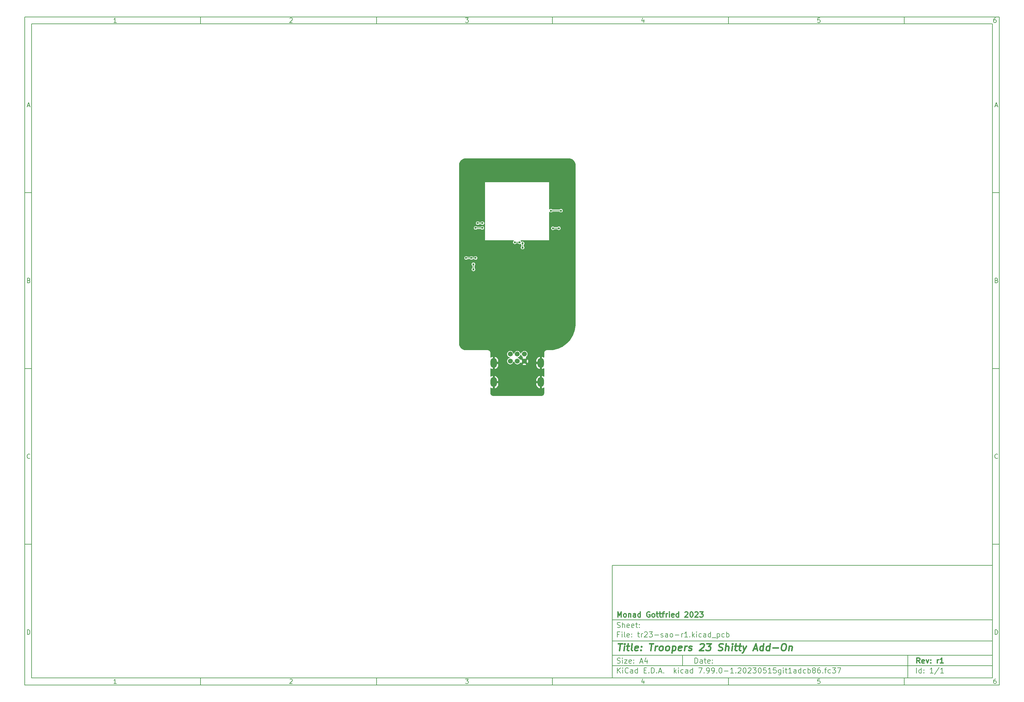
<source format=gbr>
G04 #@! TF.GenerationSoftware,KiCad,Pcbnew,7.99.0-1.20230515git1adcb86.fc37*
G04 #@! TF.CreationDate,2023-06-10T13:46:29+01:00*
G04 #@! TF.ProjectId,tr23-sao-r1,74723233-2d73-4616-9f2d-72312e6b6963,r1*
G04 #@! TF.SameCoordinates,Original*
G04 #@! TF.FileFunction,Copper,L1,Top*
G04 #@! TF.FilePolarity,Positive*
%FSLAX46Y46*%
G04 Gerber Fmt 4.6, Leading zero omitted, Abs format (unit mm)*
G04 Created by KiCad (PCBNEW 7.99.0-1.20230515git1adcb86.fc37) date 2023-06-10 13:46:29*
%MOMM*%
%LPD*%
G01*
G04 APERTURE LIST*
%ADD10C,0.100000*%
%ADD11C,0.150000*%
%ADD12C,0.300000*%
%ADD13C,0.400000*%
G04 #@! TA.AperFunction,ComponentPad*
%ADD14C,1.400000*%
G04 #@! TD*
G04 #@! TA.AperFunction,ComponentPad*
%ADD15O,1.800000X2.800000*%
G04 #@! TD*
G04 #@! TA.AperFunction,ViaPad*
%ADD16C,0.600000*%
G04 #@! TD*
G04 #@! TA.AperFunction,Conductor*
%ADD17C,0.200000*%
G04 #@! TD*
G04 APERTURE END LIST*
D10*
D11*
X177002200Y-166007200D02*
X285002200Y-166007200D01*
X285002200Y-198007200D01*
X177002200Y-198007200D01*
X177002200Y-166007200D01*
D10*
D11*
X10000000Y-10000000D02*
X287002200Y-10000000D01*
X287002200Y-200007200D01*
X10000000Y-200007200D01*
X10000000Y-10000000D01*
D10*
D11*
X12000000Y-12000000D02*
X285002200Y-12000000D01*
X285002200Y-198007200D01*
X12000000Y-198007200D01*
X12000000Y-12000000D01*
D10*
D11*
X60000000Y-12000000D02*
X60000000Y-10000000D01*
D10*
D11*
X110000000Y-12000000D02*
X110000000Y-10000000D01*
D10*
D11*
X160000000Y-12000000D02*
X160000000Y-10000000D01*
D10*
D11*
X210000000Y-12000000D02*
X210000000Y-10000000D01*
D10*
D11*
X260000000Y-12000000D02*
X260000000Y-10000000D01*
D10*
D11*
X36089160Y-11593604D02*
X35346303Y-11593604D01*
X35717731Y-11593604D02*
X35717731Y-10293604D01*
X35717731Y-10293604D02*
X35593922Y-10479319D01*
X35593922Y-10479319D02*
X35470112Y-10603128D01*
X35470112Y-10603128D02*
X35346303Y-10665033D01*
D10*
D11*
X85346303Y-10417414D02*
X85408207Y-10355509D01*
X85408207Y-10355509D02*
X85532017Y-10293604D01*
X85532017Y-10293604D02*
X85841541Y-10293604D01*
X85841541Y-10293604D02*
X85965350Y-10355509D01*
X85965350Y-10355509D02*
X86027255Y-10417414D01*
X86027255Y-10417414D02*
X86089160Y-10541223D01*
X86089160Y-10541223D02*
X86089160Y-10665033D01*
X86089160Y-10665033D02*
X86027255Y-10850747D01*
X86027255Y-10850747D02*
X85284398Y-11593604D01*
X85284398Y-11593604D02*
X86089160Y-11593604D01*
D10*
D11*
X135284398Y-10293604D02*
X136089160Y-10293604D01*
X136089160Y-10293604D02*
X135655826Y-10788842D01*
X135655826Y-10788842D02*
X135841541Y-10788842D01*
X135841541Y-10788842D02*
X135965350Y-10850747D01*
X135965350Y-10850747D02*
X136027255Y-10912652D01*
X136027255Y-10912652D02*
X136089160Y-11036461D01*
X136089160Y-11036461D02*
X136089160Y-11345985D01*
X136089160Y-11345985D02*
X136027255Y-11469795D01*
X136027255Y-11469795D02*
X135965350Y-11531700D01*
X135965350Y-11531700D02*
X135841541Y-11593604D01*
X135841541Y-11593604D02*
X135470112Y-11593604D01*
X135470112Y-11593604D02*
X135346303Y-11531700D01*
X135346303Y-11531700D02*
X135284398Y-11469795D01*
D10*
D11*
X185965350Y-10726938D02*
X185965350Y-11593604D01*
X185655826Y-10231700D02*
X185346303Y-11160271D01*
X185346303Y-11160271D02*
X186151064Y-11160271D01*
D10*
D11*
X236027255Y-10293604D02*
X235408207Y-10293604D01*
X235408207Y-10293604D02*
X235346303Y-10912652D01*
X235346303Y-10912652D02*
X235408207Y-10850747D01*
X235408207Y-10850747D02*
X235532017Y-10788842D01*
X235532017Y-10788842D02*
X235841541Y-10788842D01*
X235841541Y-10788842D02*
X235965350Y-10850747D01*
X235965350Y-10850747D02*
X236027255Y-10912652D01*
X236027255Y-10912652D02*
X236089160Y-11036461D01*
X236089160Y-11036461D02*
X236089160Y-11345985D01*
X236089160Y-11345985D02*
X236027255Y-11469795D01*
X236027255Y-11469795D02*
X235965350Y-11531700D01*
X235965350Y-11531700D02*
X235841541Y-11593604D01*
X235841541Y-11593604D02*
X235532017Y-11593604D01*
X235532017Y-11593604D02*
X235408207Y-11531700D01*
X235408207Y-11531700D02*
X235346303Y-11469795D01*
D10*
D11*
X285965350Y-10293604D02*
X285717731Y-10293604D01*
X285717731Y-10293604D02*
X285593922Y-10355509D01*
X285593922Y-10355509D02*
X285532017Y-10417414D01*
X285532017Y-10417414D02*
X285408207Y-10603128D01*
X285408207Y-10603128D02*
X285346303Y-10850747D01*
X285346303Y-10850747D02*
X285346303Y-11345985D01*
X285346303Y-11345985D02*
X285408207Y-11469795D01*
X285408207Y-11469795D02*
X285470112Y-11531700D01*
X285470112Y-11531700D02*
X285593922Y-11593604D01*
X285593922Y-11593604D02*
X285841541Y-11593604D01*
X285841541Y-11593604D02*
X285965350Y-11531700D01*
X285965350Y-11531700D02*
X286027255Y-11469795D01*
X286027255Y-11469795D02*
X286089160Y-11345985D01*
X286089160Y-11345985D02*
X286089160Y-11036461D01*
X286089160Y-11036461D02*
X286027255Y-10912652D01*
X286027255Y-10912652D02*
X285965350Y-10850747D01*
X285965350Y-10850747D02*
X285841541Y-10788842D01*
X285841541Y-10788842D02*
X285593922Y-10788842D01*
X285593922Y-10788842D02*
X285470112Y-10850747D01*
X285470112Y-10850747D02*
X285408207Y-10912652D01*
X285408207Y-10912652D02*
X285346303Y-11036461D01*
D10*
D11*
X60000000Y-198007200D02*
X60000000Y-200007200D01*
D10*
D11*
X110000000Y-198007200D02*
X110000000Y-200007200D01*
D10*
D11*
X160000000Y-198007200D02*
X160000000Y-200007200D01*
D10*
D11*
X210000000Y-198007200D02*
X210000000Y-200007200D01*
D10*
D11*
X260000000Y-198007200D02*
X260000000Y-200007200D01*
D10*
D11*
X36089160Y-199600804D02*
X35346303Y-199600804D01*
X35717731Y-199600804D02*
X35717731Y-198300804D01*
X35717731Y-198300804D02*
X35593922Y-198486519D01*
X35593922Y-198486519D02*
X35470112Y-198610328D01*
X35470112Y-198610328D02*
X35346303Y-198672233D01*
D10*
D11*
X85346303Y-198424614D02*
X85408207Y-198362709D01*
X85408207Y-198362709D02*
X85532017Y-198300804D01*
X85532017Y-198300804D02*
X85841541Y-198300804D01*
X85841541Y-198300804D02*
X85965350Y-198362709D01*
X85965350Y-198362709D02*
X86027255Y-198424614D01*
X86027255Y-198424614D02*
X86089160Y-198548423D01*
X86089160Y-198548423D02*
X86089160Y-198672233D01*
X86089160Y-198672233D02*
X86027255Y-198857947D01*
X86027255Y-198857947D02*
X85284398Y-199600804D01*
X85284398Y-199600804D02*
X86089160Y-199600804D01*
D10*
D11*
X135284398Y-198300804D02*
X136089160Y-198300804D01*
X136089160Y-198300804D02*
X135655826Y-198796042D01*
X135655826Y-198796042D02*
X135841541Y-198796042D01*
X135841541Y-198796042D02*
X135965350Y-198857947D01*
X135965350Y-198857947D02*
X136027255Y-198919852D01*
X136027255Y-198919852D02*
X136089160Y-199043661D01*
X136089160Y-199043661D02*
X136089160Y-199353185D01*
X136089160Y-199353185D02*
X136027255Y-199476995D01*
X136027255Y-199476995D02*
X135965350Y-199538900D01*
X135965350Y-199538900D02*
X135841541Y-199600804D01*
X135841541Y-199600804D02*
X135470112Y-199600804D01*
X135470112Y-199600804D02*
X135346303Y-199538900D01*
X135346303Y-199538900D02*
X135284398Y-199476995D01*
D10*
D11*
X185965350Y-198734138D02*
X185965350Y-199600804D01*
X185655826Y-198238900D02*
X185346303Y-199167471D01*
X185346303Y-199167471D02*
X186151064Y-199167471D01*
D10*
D11*
X236027255Y-198300804D02*
X235408207Y-198300804D01*
X235408207Y-198300804D02*
X235346303Y-198919852D01*
X235346303Y-198919852D02*
X235408207Y-198857947D01*
X235408207Y-198857947D02*
X235532017Y-198796042D01*
X235532017Y-198796042D02*
X235841541Y-198796042D01*
X235841541Y-198796042D02*
X235965350Y-198857947D01*
X235965350Y-198857947D02*
X236027255Y-198919852D01*
X236027255Y-198919852D02*
X236089160Y-199043661D01*
X236089160Y-199043661D02*
X236089160Y-199353185D01*
X236089160Y-199353185D02*
X236027255Y-199476995D01*
X236027255Y-199476995D02*
X235965350Y-199538900D01*
X235965350Y-199538900D02*
X235841541Y-199600804D01*
X235841541Y-199600804D02*
X235532017Y-199600804D01*
X235532017Y-199600804D02*
X235408207Y-199538900D01*
X235408207Y-199538900D02*
X235346303Y-199476995D01*
D10*
D11*
X285965350Y-198300804D02*
X285717731Y-198300804D01*
X285717731Y-198300804D02*
X285593922Y-198362709D01*
X285593922Y-198362709D02*
X285532017Y-198424614D01*
X285532017Y-198424614D02*
X285408207Y-198610328D01*
X285408207Y-198610328D02*
X285346303Y-198857947D01*
X285346303Y-198857947D02*
X285346303Y-199353185D01*
X285346303Y-199353185D02*
X285408207Y-199476995D01*
X285408207Y-199476995D02*
X285470112Y-199538900D01*
X285470112Y-199538900D02*
X285593922Y-199600804D01*
X285593922Y-199600804D02*
X285841541Y-199600804D01*
X285841541Y-199600804D02*
X285965350Y-199538900D01*
X285965350Y-199538900D02*
X286027255Y-199476995D01*
X286027255Y-199476995D02*
X286089160Y-199353185D01*
X286089160Y-199353185D02*
X286089160Y-199043661D01*
X286089160Y-199043661D02*
X286027255Y-198919852D01*
X286027255Y-198919852D02*
X285965350Y-198857947D01*
X285965350Y-198857947D02*
X285841541Y-198796042D01*
X285841541Y-198796042D02*
X285593922Y-198796042D01*
X285593922Y-198796042D02*
X285470112Y-198857947D01*
X285470112Y-198857947D02*
X285408207Y-198919852D01*
X285408207Y-198919852D02*
X285346303Y-199043661D01*
D10*
D11*
X10000000Y-60000000D02*
X12000000Y-60000000D01*
D10*
D11*
X10000000Y-110000000D02*
X12000000Y-110000000D01*
D10*
D11*
X10000000Y-160000000D02*
X12000000Y-160000000D01*
D10*
D11*
X10789160Y-35222176D02*
X11408207Y-35222176D01*
X10665350Y-35593604D02*
X11098683Y-34293604D01*
X11098683Y-34293604D02*
X11532017Y-35593604D01*
D10*
D11*
X11191541Y-84912652D02*
X11377255Y-84974557D01*
X11377255Y-84974557D02*
X11439160Y-85036461D01*
X11439160Y-85036461D02*
X11501064Y-85160271D01*
X11501064Y-85160271D02*
X11501064Y-85345985D01*
X11501064Y-85345985D02*
X11439160Y-85469795D01*
X11439160Y-85469795D02*
X11377255Y-85531700D01*
X11377255Y-85531700D02*
X11253445Y-85593604D01*
X11253445Y-85593604D02*
X10758207Y-85593604D01*
X10758207Y-85593604D02*
X10758207Y-84293604D01*
X10758207Y-84293604D02*
X11191541Y-84293604D01*
X11191541Y-84293604D02*
X11315350Y-84355509D01*
X11315350Y-84355509D02*
X11377255Y-84417414D01*
X11377255Y-84417414D02*
X11439160Y-84541223D01*
X11439160Y-84541223D02*
X11439160Y-84665033D01*
X11439160Y-84665033D02*
X11377255Y-84788842D01*
X11377255Y-84788842D02*
X11315350Y-84850747D01*
X11315350Y-84850747D02*
X11191541Y-84912652D01*
X11191541Y-84912652D02*
X10758207Y-84912652D01*
D10*
D11*
X11501064Y-135469795D02*
X11439160Y-135531700D01*
X11439160Y-135531700D02*
X11253445Y-135593604D01*
X11253445Y-135593604D02*
X11129636Y-135593604D01*
X11129636Y-135593604D02*
X10943922Y-135531700D01*
X10943922Y-135531700D02*
X10820112Y-135407890D01*
X10820112Y-135407890D02*
X10758207Y-135284080D01*
X10758207Y-135284080D02*
X10696303Y-135036461D01*
X10696303Y-135036461D02*
X10696303Y-134850747D01*
X10696303Y-134850747D02*
X10758207Y-134603128D01*
X10758207Y-134603128D02*
X10820112Y-134479319D01*
X10820112Y-134479319D02*
X10943922Y-134355509D01*
X10943922Y-134355509D02*
X11129636Y-134293604D01*
X11129636Y-134293604D02*
X11253445Y-134293604D01*
X11253445Y-134293604D02*
X11439160Y-134355509D01*
X11439160Y-134355509D02*
X11501064Y-134417414D01*
D10*
D11*
X10758207Y-185593604D02*
X10758207Y-184293604D01*
X10758207Y-184293604D02*
X11067731Y-184293604D01*
X11067731Y-184293604D02*
X11253445Y-184355509D01*
X11253445Y-184355509D02*
X11377255Y-184479319D01*
X11377255Y-184479319D02*
X11439160Y-184603128D01*
X11439160Y-184603128D02*
X11501064Y-184850747D01*
X11501064Y-184850747D02*
X11501064Y-185036461D01*
X11501064Y-185036461D02*
X11439160Y-185284080D01*
X11439160Y-185284080D02*
X11377255Y-185407890D01*
X11377255Y-185407890D02*
X11253445Y-185531700D01*
X11253445Y-185531700D02*
X11067731Y-185593604D01*
X11067731Y-185593604D02*
X10758207Y-185593604D01*
D10*
D11*
X287002200Y-60000000D02*
X285002200Y-60000000D01*
D10*
D11*
X287002200Y-110000000D02*
X285002200Y-110000000D01*
D10*
D11*
X287002200Y-160000000D02*
X285002200Y-160000000D01*
D10*
D11*
X285791360Y-35222176D02*
X286410407Y-35222176D01*
X285667550Y-35593604D02*
X286100883Y-34293604D01*
X286100883Y-34293604D02*
X286534217Y-35593604D01*
D10*
D11*
X286193741Y-84912652D02*
X286379455Y-84974557D01*
X286379455Y-84974557D02*
X286441360Y-85036461D01*
X286441360Y-85036461D02*
X286503264Y-85160271D01*
X286503264Y-85160271D02*
X286503264Y-85345985D01*
X286503264Y-85345985D02*
X286441360Y-85469795D01*
X286441360Y-85469795D02*
X286379455Y-85531700D01*
X286379455Y-85531700D02*
X286255645Y-85593604D01*
X286255645Y-85593604D02*
X285760407Y-85593604D01*
X285760407Y-85593604D02*
X285760407Y-84293604D01*
X285760407Y-84293604D02*
X286193741Y-84293604D01*
X286193741Y-84293604D02*
X286317550Y-84355509D01*
X286317550Y-84355509D02*
X286379455Y-84417414D01*
X286379455Y-84417414D02*
X286441360Y-84541223D01*
X286441360Y-84541223D02*
X286441360Y-84665033D01*
X286441360Y-84665033D02*
X286379455Y-84788842D01*
X286379455Y-84788842D02*
X286317550Y-84850747D01*
X286317550Y-84850747D02*
X286193741Y-84912652D01*
X286193741Y-84912652D02*
X285760407Y-84912652D01*
D10*
D11*
X286503264Y-135469795D02*
X286441360Y-135531700D01*
X286441360Y-135531700D02*
X286255645Y-135593604D01*
X286255645Y-135593604D02*
X286131836Y-135593604D01*
X286131836Y-135593604D02*
X285946122Y-135531700D01*
X285946122Y-135531700D02*
X285822312Y-135407890D01*
X285822312Y-135407890D02*
X285760407Y-135284080D01*
X285760407Y-135284080D02*
X285698503Y-135036461D01*
X285698503Y-135036461D02*
X285698503Y-134850747D01*
X285698503Y-134850747D02*
X285760407Y-134603128D01*
X285760407Y-134603128D02*
X285822312Y-134479319D01*
X285822312Y-134479319D02*
X285946122Y-134355509D01*
X285946122Y-134355509D02*
X286131836Y-134293604D01*
X286131836Y-134293604D02*
X286255645Y-134293604D01*
X286255645Y-134293604D02*
X286441360Y-134355509D01*
X286441360Y-134355509D02*
X286503264Y-134417414D01*
D10*
D11*
X285760407Y-185593604D02*
X285760407Y-184293604D01*
X285760407Y-184293604D02*
X286069931Y-184293604D01*
X286069931Y-184293604D02*
X286255645Y-184355509D01*
X286255645Y-184355509D02*
X286379455Y-184479319D01*
X286379455Y-184479319D02*
X286441360Y-184603128D01*
X286441360Y-184603128D02*
X286503264Y-184850747D01*
X286503264Y-184850747D02*
X286503264Y-185036461D01*
X286503264Y-185036461D02*
X286441360Y-185284080D01*
X286441360Y-185284080D02*
X286379455Y-185407890D01*
X286379455Y-185407890D02*
X286255645Y-185531700D01*
X286255645Y-185531700D02*
X286069931Y-185593604D01*
X286069931Y-185593604D02*
X285760407Y-185593604D01*
D10*
D11*
X200458026Y-193793328D02*
X200458026Y-192293328D01*
X200458026Y-192293328D02*
X200815169Y-192293328D01*
X200815169Y-192293328D02*
X201029455Y-192364757D01*
X201029455Y-192364757D02*
X201172312Y-192507614D01*
X201172312Y-192507614D02*
X201243741Y-192650471D01*
X201243741Y-192650471D02*
X201315169Y-192936185D01*
X201315169Y-192936185D02*
X201315169Y-193150471D01*
X201315169Y-193150471D02*
X201243741Y-193436185D01*
X201243741Y-193436185D02*
X201172312Y-193579042D01*
X201172312Y-193579042D02*
X201029455Y-193721900D01*
X201029455Y-193721900D02*
X200815169Y-193793328D01*
X200815169Y-193793328D02*
X200458026Y-193793328D01*
X202600884Y-193793328D02*
X202600884Y-193007614D01*
X202600884Y-193007614D02*
X202529455Y-192864757D01*
X202529455Y-192864757D02*
X202386598Y-192793328D01*
X202386598Y-192793328D02*
X202100884Y-192793328D01*
X202100884Y-192793328D02*
X201958026Y-192864757D01*
X202600884Y-193721900D02*
X202458026Y-193793328D01*
X202458026Y-193793328D02*
X202100884Y-193793328D01*
X202100884Y-193793328D02*
X201958026Y-193721900D01*
X201958026Y-193721900D02*
X201886598Y-193579042D01*
X201886598Y-193579042D02*
X201886598Y-193436185D01*
X201886598Y-193436185D02*
X201958026Y-193293328D01*
X201958026Y-193293328D02*
X202100884Y-193221900D01*
X202100884Y-193221900D02*
X202458026Y-193221900D01*
X202458026Y-193221900D02*
X202600884Y-193150471D01*
X203100884Y-192793328D02*
X203672312Y-192793328D01*
X203315169Y-192293328D02*
X203315169Y-193579042D01*
X203315169Y-193579042D02*
X203386598Y-193721900D01*
X203386598Y-193721900D02*
X203529455Y-193793328D01*
X203529455Y-193793328D02*
X203672312Y-193793328D01*
X204743741Y-193721900D02*
X204600884Y-193793328D01*
X204600884Y-193793328D02*
X204315170Y-193793328D01*
X204315170Y-193793328D02*
X204172312Y-193721900D01*
X204172312Y-193721900D02*
X204100884Y-193579042D01*
X204100884Y-193579042D02*
X204100884Y-193007614D01*
X204100884Y-193007614D02*
X204172312Y-192864757D01*
X204172312Y-192864757D02*
X204315170Y-192793328D01*
X204315170Y-192793328D02*
X204600884Y-192793328D01*
X204600884Y-192793328D02*
X204743741Y-192864757D01*
X204743741Y-192864757D02*
X204815170Y-193007614D01*
X204815170Y-193007614D02*
X204815170Y-193150471D01*
X204815170Y-193150471D02*
X204100884Y-193293328D01*
X205458026Y-193650471D02*
X205529455Y-193721900D01*
X205529455Y-193721900D02*
X205458026Y-193793328D01*
X205458026Y-193793328D02*
X205386598Y-193721900D01*
X205386598Y-193721900D02*
X205458026Y-193650471D01*
X205458026Y-193650471D02*
X205458026Y-193793328D01*
X205458026Y-192864757D02*
X205529455Y-192936185D01*
X205529455Y-192936185D02*
X205458026Y-193007614D01*
X205458026Y-193007614D02*
X205386598Y-192936185D01*
X205386598Y-192936185D02*
X205458026Y-192864757D01*
X205458026Y-192864757D02*
X205458026Y-193007614D01*
D10*
D11*
X177002200Y-194507200D02*
X285002200Y-194507200D01*
D10*
D11*
X178458026Y-196593328D02*
X178458026Y-195093328D01*
X179315169Y-196593328D02*
X178672312Y-195736185D01*
X179315169Y-195093328D02*
X178458026Y-195950471D01*
X179958026Y-196593328D02*
X179958026Y-195593328D01*
X179958026Y-195093328D02*
X179886598Y-195164757D01*
X179886598Y-195164757D02*
X179958026Y-195236185D01*
X179958026Y-195236185D02*
X180029455Y-195164757D01*
X180029455Y-195164757D02*
X179958026Y-195093328D01*
X179958026Y-195093328D02*
X179958026Y-195236185D01*
X181529455Y-196450471D02*
X181458027Y-196521900D01*
X181458027Y-196521900D02*
X181243741Y-196593328D01*
X181243741Y-196593328D02*
X181100884Y-196593328D01*
X181100884Y-196593328D02*
X180886598Y-196521900D01*
X180886598Y-196521900D02*
X180743741Y-196379042D01*
X180743741Y-196379042D02*
X180672312Y-196236185D01*
X180672312Y-196236185D02*
X180600884Y-195950471D01*
X180600884Y-195950471D02*
X180600884Y-195736185D01*
X180600884Y-195736185D02*
X180672312Y-195450471D01*
X180672312Y-195450471D02*
X180743741Y-195307614D01*
X180743741Y-195307614D02*
X180886598Y-195164757D01*
X180886598Y-195164757D02*
X181100884Y-195093328D01*
X181100884Y-195093328D02*
X181243741Y-195093328D01*
X181243741Y-195093328D02*
X181458027Y-195164757D01*
X181458027Y-195164757D02*
X181529455Y-195236185D01*
X182815170Y-196593328D02*
X182815170Y-195807614D01*
X182815170Y-195807614D02*
X182743741Y-195664757D01*
X182743741Y-195664757D02*
X182600884Y-195593328D01*
X182600884Y-195593328D02*
X182315170Y-195593328D01*
X182315170Y-195593328D02*
X182172312Y-195664757D01*
X182815170Y-196521900D02*
X182672312Y-196593328D01*
X182672312Y-196593328D02*
X182315170Y-196593328D01*
X182315170Y-196593328D02*
X182172312Y-196521900D01*
X182172312Y-196521900D02*
X182100884Y-196379042D01*
X182100884Y-196379042D02*
X182100884Y-196236185D01*
X182100884Y-196236185D02*
X182172312Y-196093328D01*
X182172312Y-196093328D02*
X182315170Y-196021900D01*
X182315170Y-196021900D02*
X182672312Y-196021900D01*
X182672312Y-196021900D02*
X182815170Y-195950471D01*
X184172313Y-196593328D02*
X184172313Y-195093328D01*
X184172313Y-196521900D02*
X184029455Y-196593328D01*
X184029455Y-196593328D02*
X183743741Y-196593328D01*
X183743741Y-196593328D02*
X183600884Y-196521900D01*
X183600884Y-196521900D02*
X183529455Y-196450471D01*
X183529455Y-196450471D02*
X183458027Y-196307614D01*
X183458027Y-196307614D02*
X183458027Y-195879042D01*
X183458027Y-195879042D02*
X183529455Y-195736185D01*
X183529455Y-195736185D02*
X183600884Y-195664757D01*
X183600884Y-195664757D02*
X183743741Y-195593328D01*
X183743741Y-195593328D02*
X184029455Y-195593328D01*
X184029455Y-195593328D02*
X184172313Y-195664757D01*
X186029455Y-195807614D02*
X186529455Y-195807614D01*
X186743741Y-196593328D02*
X186029455Y-196593328D01*
X186029455Y-196593328D02*
X186029455Y-195093328D01*
X186029455Y-195093328D02*
X186743741Y-195093328D01*
X187386598Y-196450471D02*
X187458027Y-196521900D01*
X187458027Y-196521900D02*
X187386598Y-196593328D01*
X187386598Y-196593328D02*
X187315170Y-196521900D01*
X187315170Y-196521900D02*
X187386598Y-196450471D01*
X187386598Y-196450471D02*
X187386598Y-196593328D01*
X188100884Y-196593328D02*
X188100884Y-195093328D01*
X188100884Y-195093328D02*
X188458027Y-195093328D01*
X188458027Y-195093328D02*
X188672313Y-195164757D01*
X188672313Y-195164757D02*
X188815170Y-195307614D01*
X188815170Y-195307614D02*
X188886599Y-195450471D01*
X188886599Y-195450471D02*
X188958027Y-195736185D01*
X188958027Y-195736185D02*
X188958027Y-195950471D01*
X188958027Y-195950471D02*
X188886599Y-196236185D01*
X188886599Y-196236185D02*
X188815170Y-196379042D01*
X188815170Y-196379042D02*
X188672313Y-196521900D01*
X188672313Y-196521900D02*
X188458027Y-196593328D01*
X188458027Y-196593328D02*
X188100884Y-196593328D01*
X189600884Y-196450471D02*
X189672313Y-196521900D01*
X189672313Y-196521900D02*
X189600884Y-196593328D01*
X189600884Y-196593328D02*
X189529456Y-196521900D01*
X189529456Y-196521900D02*
X189600884Y-196450471D01*
X189600884Y-196450471D02*
X189600884Y-196593328D01*
X190243742Y-196164757D02*
X190958028Y-196164757D01*
X190100885Y-196593328D02*
X190600885Y-195093328D01*
X190600885Y-195093328D02*
X191100885Y-196593328D01*
X191600884Y-196450471D02*
X191672313Y-196521900D01*
X191672313Y-196521900D02*
X191600884Y-196593328D01*
X191600884Y-196593328D02*
X191529456Y-196521900D01*
X191529456Y-196521900D02*
X191600884Y-196450471D01*
X191600884Y-196450471D02*
X191600884Y-196593328D01*
X194600884Y-196593328D02*
X194600884Y-195093328D01*
X194743742Y-196021900D02*
X195172313Y-196593328D01*
X195172313Y-195593328D02*
X194600884Y-196164757D01*
X195815170Y-196593328D02*
X195815170Y-195593328D01*
X195815170Y-195093328D02*
X195743742Y-195164757D01*
X195743742Y-195164757D02*
X195815170Y-195236185D01*
X195815170Y-195236185D02*
X195886599Y-195164757D01*
X195886599Y-195164757D02*
X195815170Y-195093328D01*
X195815170Y-195093328D02*
X195815170Y-195236185D01*
X197172314Y-196521900D02*
X197029456Y-196593328D01*
X197029456Y-196593328D02*
X196743742Y-196593328D01*
X196743742Y-196593328D02*
X196600885Y-196521900D01*
X196600885Y-196521900D02*
X196529456Y-196450471D01*
X196529456Y-196450471D02*
X196458028Y-196307614D01*
X196458028Y-196307614D02*
X196458028Y-195879042D01*
X196458028Y-195879042D02*
X196529456Y-195736185D01*
X196529456Y-195736185D02*
X196600885Y-195664757D01*
X196600885Y-195664757D02*
X196743742Y-195593328D01*
X196743742Y-195593328D02*
X197029456Y-195593328D01*
X197029456Y-195593328D02*
X197172314Y-195664757D01*
X198458028Y-196593328D02*
X198458028Y-195807614D01*
X198458028Y-195807614D02*
X198386599Y-195664757D01*
X198386599Y-195664757D02*
X198243742Y-195593328D01*
X198243742Y-195593328D02*
X197958028Y-195593328D01*
X197958028Y-195593328D02*
X197815170Y-195664757D01*
X198458028Y-196521900D02*
X198315170Y-196593328D01*
X198315170Y-196593328D02*
X197958028Y-196593328D01*
X197958028Y-196593328D02*
X197815170Y-196521900D01*
X197815170Y-196521900D02*
X197743742Y-196379042D01*
X197743742Y-196379042D02*
X197743742Y-196236185D01*
X197743742Y-196236185D02*
X197815170Y-196093328D01*
X197815170Y-196093328D02*
X197958028Y-196021900D01*
X197958028Y-196021900D02*
X198315170Y-196021900D01*
X198315170Y-196021900D02*
X198458028Y-195950471D01*
X199815171Y-196593328D02*
X199815171Y-195093328D01*
X199815171Y-196521900D02*
X199672313Y-196593328D01*
X199672313Y-196593328D02*
X199386599Y-196593328D01*
X199386599Y-196593328D02*
X199243742Y-196521900D01*
X199243742Y-196521900D02*
X199172313Y-196450471D01*
X199172313Y-196450471D02*
X199100885Y-196307614D01*
X199100885Y-196307614D02*
X199100885Y-195879042D01*
X199100885Y-195879042D02*
X199172313Y-195736185D01*
X199172313Y-195736185D02*
X199243742Y-195664757D01*
X199243742Y-195664757D02*
X199386599Y-195593328D01*
X199386599Y-195593328D02*
X199672313Y-195593328D01*
X199672313Y-195593328D02*
X199815171Y-195664757D01*
X201529456Y-195093328D02*
X202529456Y-195093328D01*
X202529456Y-195093328D02*
X201886599Y-196593328D01*
X203100884Y-196450471D02*
X203172313Y-196521900D01*
X203172313Y-196521900D02*
X203100884Y-196593328D01*
X203100884Y-196593328D02*
X203029456Y-196521900D01*
X203029456Y-196521900D02*
X203100884Y-196450471D01*
X203100884Y-196450471D02*
X203100884Y-196593328D01*
X203886599Y-196593328D02*
X204172313Y-196593328D01*
X204172313Y-196593328D02*
X204315170Y-196521900D01*
X204315170Y-196521900D02*
X204386599Y-196450471D01*
X204386599Y-196450471D02*
X204529456Y-196236185D01*
X204529456Y-196236185D02*
X204600885Y-195950471D01*
X204600885Y-195950471D02*
X204600885Y-195379042D01*
X204600885Y-195379042D02*
X204529456Y-195236185D01*
X204529456Y-195236185D02*
X204458028Y-195164757D01*
X204458028Y-195164757D02*
X204315170Y-195093328D01*
X204315170Y-195093328D02*
X204029456Y-195093328D01*
X204029456Y-195093328D02*
X203886599Y-195164757D01*
X203886599Y-195164757D02*
X203815170Y-195236185D01*
X203815170Y-195236185D02*
X203743742Y-195379042D01*
X203743742Y-195379042D02*
X203743742Y-195736185D01*
X203743742Y-195736185D02*
X203815170Y-195879042D01*
X203815170Y-195879042D02*
X203886599Y-195950471D01*
X203886599Y-195950471D02*
X204029456Y-196021900D01*
X204029456Y-196021900D02*
X204315170Y-196021900D01*
X204315170Y-196021900D02*
X204458028Y-195950471D01*
X204458028Y-195950471D02*
X204529456Y-195879042D01*
X204529456Y-195879042D02*
X204600885Y-195736185D01*
X205315170Y-196593328D02*
X205600884Y-196593328D01*
X205600884Y-196593328D02*
X205743741Y-196521900D01*
X205743741Y-196521900D02*
X205815170Y-196450471D01*
X205815170Y-196450471D02*
X205958027Y-196236185D01*
X205958027Y-196236185D02*
X206029456Y-195950471D01*
X206029456Y-195950471D02*
X206029456Y-195379042D01*
X206029456Y-195379042D02*
X205958027Y-195236185D01*
X205958027Y-195236185D02*
X205886599Y-195164757D01*
X205886599Y-195164757D02*
X205743741Y-195093328D01*
X205743741Y-195093328D02*
X205458027Y-195093328D01*
X205458027Y-195093328D02*
X205315170Y-195164757D01*
X205315170Y-195164757D02*
X205243741Y-195236185D01*
X205243741Y-195236185D02*
X205172313Y-195379042D01*
X205172313Y-195379042D02*
X205172313Y-195736185D01*
X205172313Y-195736185D02*
X205243741Y-195879042D01*
X205243741Y-195879042D02*
X205315170Y-195950471D01*
X205315170Y-195950471D02*
X205458027Y-196021900D01*
X205458027Y-196021900D02*
X205743741Y-196021900D01*
X205743741Y-196021900D02*
X205886599Y-195950471D01*
X205886599Y-195950471D02*
X205958027Y-195879042D01*
X205958027Y-195879042D02*
X206029456Y-195736185D01*
X206672312Y-196450471D02*
X206743741Y-196521900D01*
X206743741Y-196521900D02*
X206672312Y-196593328D01*
X206672312Y-196593328D02*
X206600884Y-196521900D01*
X206600884Y-196521900D02*
X206672312Y-196450471D01*
X206672312Y-196450471D02*
X206672312Y-196593328D01*
X207672313Y-195093328D02*
X207815170Y-195093328D01*
X207815170Y-195093328D02*
X207958027Y-195164757D01*
X207958027Y-195164757D02*
X208029456Y-195236185D01*
X208029456Y-195236185D02*
X208100884Y-195379042D01*
X208100884Y-195379042D02*
X208172313Y-195664757D01*
X208172313Y-195664757D02*
X208172313Y-196021900D01*
X208172313Y-196021900D02*
X208100884Y-196307614D01*
X208100884Y-196307614D02*
X208029456Y-196450471D01*
X208029456Y-196450471D02*
X207958027Y-196521900D01*
X207958027Y-196521900D02*
X207815170Y-196593328D01*
X207815170Y-196593328D02*
X207672313Y-196593328D01*
X207672313Y-196593328D02*
X207529456Y-196521900D01*
X207529456Y-196521900D02*
X207458027Y-196450471D01*
X207458027Y-196450471D02*
X207386598Y-196307614D01*
X207386598Y-196307614D02*
X207315170Y-196021900D01*
X207315170Y-196021900D02*
X207315170Y-195664757D01*
X207315170Y-195664757D02*
X207386598Y-195379042D01*
X207386598Y-195379042D02*
X207458027Y-195236185D01*
X207458027Y-195236185D02*
X207529456Y-195164757D01*
X207529456Y-195164757D02*
X207672313Y-195093328D01*
X208815169Y-196021900D02*
X209958027Y-196021900D01*
X211458027Y-196593328D02*
X210600884Y-196593328D01*
X211029455Y-196593328D02*
X211029455Y-195093328D01*
X211029455Y-195093328D02*
X210886598Y-195307614D01*
X210886598Y-195307614D02*
X210743741Y-195450471D01*
X210743741Y-195450471D02*
X210600884Y-195521900D01*
X212100883Y-196450471D02*
X212172312Y-196521900D01*
X212172312Y-196521900D02*
X212100883Y-196593328D01*
X212100883Y-196593328D02*
X212029455Y-196521900D01*
X212029455Y-196521900D02*
X212100883Y-196450471D01*
X212100883Y-196450471D02*
X212100883Y-196593328D01*
X212743741Y-195236185D02*
X212815169Y-195164757D01*
X212815169Y-195164757D02*
X212958027Y-195093328D01*
X212958027Y-195093328D02*
X213315169Y-195093328D01*
X213315169Y-195093328D02*
X213458027Y-195164757D01*
X213458027Y-195164757D02*
X213529455Y-195236185D01*
X213529455Y-195236185D02*
X213600884Y-195379042D01*
X213600884Y-195379042D02*
X213600884Y-195521900D01*
X213600884Y-195521900D02*
X213529455Y-195736185D01*
X213529455Y-195736185D02*
X212672312Y-196593328D01*
X212672312Y-196593328D02*
X213600884Y-196593328D01*
X214529455Y-195093328D02*
X214672312Y-195093328D01*
X214672312Y-195093328D02*
X214815169Y-195164757D01*
X214815169Y-195164757D02*
X214886598Y-195236185D01*
X214886598Y-195236185D02*
X214958026Y-195379042D01*
X214958026Y-195379042D02*
X215029455Y-195664757D01*
X215029455Y-195664757D02*
X215029455Y-196021900D01*
X215029455Y-196021900D02*
X214958026Y-196307614D01*
X214958026Y-196307614D02*
X214886598Y-196450471D01*
X214886598Y-196450471D02*
X214815169Y-196521900D01*
X214815169Y-196521900D02*
X214672312Y-196593328D01*
X214672312Y-196593328D02*
X214529455Y-196593328D01*
X214529455Y-196593328D02*
X214386598Y-196521900D01*
X214386598Y-196521900D02*
X214315169Y-196450471D01*
X214315169Y-196450471D02*
X214243740Y-196307614D01*
X214243740Y-196307614D02*
X214172312Y-196021900D01*
X214172312Y-196021900D02*
X214172312Y-195664757D01*
X214172312Y-195664757D02*
X214243740Y-195379042D01*
X214243740Y-195379042D02*
X214315169Y-195236185D01*
X214315169Y-195236185D02*
X214386598Y-195164757D01*
X214386598Y-195164757D02*
X214529455Y-195093328D01*
X215600883Y-195236185D02*
X215672311Y-195164757D01*
X215672311Y-195164757D02*
X215815169Y-195093328D01*
X215815169Y-195093328D02*
X216172311Y-195093328D01*
X216172311Y-195093328D02*
X216315169Y-195164757D01*
X216315169Y-195164757D02*
X216386597Y-195236185D01*
X216386597Y-195236185D02*
X216458026Y-195379042D01*
X216458026Y-195379042D02*
X216458026Y-195521900D01*
X216458026Y-195521900D02*
X216386597Y-195736185D01*
X216386597Y-195736185D02*
X215529454Y-196593328D01*
X215529454Y-196593328D02*
X216458026Y-196593328D01*
X216958025Y-195093328D02*
X217886597Y-195093328D01*
X217886597Y-195093328D02*
X217386597Y-195664757D01*
X217386597Y-195664757D02*
X217600882Y-195664757D01*
X217600882Y-195664757D02*
X217743740Y-195736185D01*
X217743740Y-195736185D02*
X217815168Y-195807614D01*
X217815168Y-195807614D02*
X217886597Y-195950471D01*
X217886597Y-195950471D02*
X217886597Y-196307614D01*
X217886597Y-196307614D02*
X217815168Y-196450471D01*
X217815168Y-196450471D02*
X217743740Y-196521900D01*
X217743740Y-196521900D02*
X217600882Y-196593328D01*
X217600882Y-196593328D02*
X217172311Y-196593328D01*
X217172311Y-196593328D02*
X217029454Y-196521900D01*
X217029454Y-196521900D02*
X216958025Y-196450471D01*
X218815168Y-195093328D02*
X218958025Y-195093328D01*
X218958025Y-195093328D02*
X219100882Y-195164757D01*
X219100882Y-195164757D02*
X219172311Y-195236185D01*
X219172311Y-195236185D02*
X219243739Y-195379042D01*
X219243739Y-195379042D02*
X219315168Y-195664757D01*
X219315168Y-195664757D02*
X219315168Y-196021900D01*
X219315168Y-196021900D02*
X219243739Y-196307614D01*
X219243739Y-196307614D02*
X219172311Y-196450471D01*
X219172311Y-196450471D02*
X219100882Y-196521900D01*
X219100882Y-196521900D02*
X218958025Y-196593328D01*
X218958025Y-196593328D02*
X218815168Y-196593328D01*
X218815168Y-196593328D02*
X218672311Y-196521900D01*
X218672311Y-196521900D02*
X218600882Y-196450471D01*
X218600882Y-196450471D02*
X218529453Y-196307614D01*
X218529453Y-196307614D02*
X218458025Y-196021900D01*
X218458025Y-196021900D02*
X218458025Y-195664757D01*
X218458025Y-195664757D02*
X218529453Y-195379042D01*
X218529453Y-195379042D02*
X218600882Y-195236185D01*
X218600882Y-195236185D02*
X218672311Y-195164757D01*
X218672311Y-195164757D02*
X218815168Y-195093328D01*
X220672310Y-195093328D02*
X219958024Y-195093328D01*
X219958024Y-195093328D02*
X219886596Y-195807614D01*
X219886596Y-195807614D02*
X219958024Y-195736185D01*
X219958024Y-195736185D02*
X220100882Y-195664757D01*
X220100882Y-195664757D02*
X220458024Y-195664757D01*
X220458024Y-195664757D02*
X220600882Y-195736185D01*
X220600882Y-195736185D02*
X220672310Y-195807614D01*
X220672310Y-195807614D02*
X220743739Y-195950471D01*
X220743739Y-195950471D02*
X220743739Y-196307614D01*
X220743739Y-196307614D02*
X220672310Y-196450471D01*
X220672310Y-196450471D02*
X220600882Y-196521900D01*
X220600882Y-196521900D02*
X220458024Y-196593328D01*
X220458024Y-196593328D02*
X220100882Y-196593328D01*
X220100882Y-196593328D02*
X219958024Y-196521900D01*
X219958024Y-196521900D02*
X219886596Y-196450471D01*
X222172310Y-196593328D02*
X221315167Y-196593328D01*
X221743738Y-196593328D02*
X221743738Y-195093328D01*
X221743738Y-195093328D02*
X221600881Y-195307614D01*
X221600881Y-195307614D02*
X221458024Y-195450471D01*
X221458024Y-195450471D02*
X221315167Y-195521900D01*
X223529452Y-195093328D02*
X222815166Y-195093328D01*
X222815166Y-195093328D02*
X222743738Y-195807614D01*
X222743738Y-195807614D02*
X222815166Y-195736185D01*
X222815166Y-195736185D02*
X222958024Y-195664757D01*
X222958024Y-195664757D02*
X223315166Y-195664757D01*
X223315166Y-195664757D02*
X223458024Y-195736185D01*
X223458024Y-195736185D02*
X223529452Y-195807614D01*
X223529452Y-195807614D02*
X223600881Y-195950471D01*
X223600881Y-195950471D02*
X223600881Y-196307614D01*
X223600881Y-196307614D02*
X223529452Y-196450471D01*
X223529452Y-196450471D02*
X223458024Y-196521900D01*
X223458024Y-196521900D02*
X223315166Y-196593328D01*
X223315166Y-196593328D02*
X222958024Y-196593328D01*
X222958024Y-196593328D02*
X222815166Y-196521900D01*
X222815166Y-196521900D02*
X222743738Y-196450471D01*
X224886595Y-195593328D02*
X224886595Y-196807614D01*
X224886595Y-196807614D02*
X224815166Y-196950471D01*
X224815166Y-196950471D02*
X224743737Y-197021900D01*
X224743737Y-197021900D02*
X224600880Y-197093328D01*
X224600880Y-197093328D02*
X224386595Y-197093328D01*
X224386595Y-197093328D02*
X224243737Y-197021900D01*
X224886595Y-196521900D02*
X224743737Y-196593328D01*
X224743737Y-196593328D02*
X224458023Y-196593328D01*
X224458023Y-196593328D02*
X224315166Y-196521900D01*
X224315166Y-196521900D02*
X224243737Y-196450471D01*
X224243737Y-196450471D02*
X224172309Y-196307614D01*
X224172309Y-196307614D02*
X224172309Y-195879042D01*
X224172309Y-195879042D02*
X224243737Y-195736185D01*
X224243737Y-195736185D02*
X224315166Y-195664757D01*
X224315166Y-195664757D02*
X224458023Y-195593328D01*
X224458023Y-195593328D02*
X224743737Y-195593328D01*
X224743737Y-195593328D02*
X224886595Y-195664757D01*
X225600880Y-196593328D02*
X225600880Y-195593328D01*
X225600880Y-195093328D02*
X225529452Y-195164757D01*
X225529452Y-195164757D02*
X225600880Y-195236185D01*
X225600880Y-195236185D02*
X225672309Y-195164757D01*
X225672309Y-195164757D02*
X225600880Y-195093328D01*
X225600880Y-195093328D02*
X225600880Y-195236185D01*
X226100881Y-195593328D02*
X226672309Y-195593328D01*
X226315166Y-195093328D02*
X226315166Y-196379042D01*
X226315166Y-196379042D02*
X226386595Y-196521900D01*
X226386595Y-196521900D02*
X226529452Y-196593328D01*
X226529452Y-196593328D02*
X226672309Y-196593328D01*
X227958024Y-196593328D02*
X227100881Y-196593328D01*
X227529452Y-196593328D02*
X227529452Y-195093328D01*
X227529452Y-195093328D02*
X227386595Y-195307614D01*
X227386595Y-195307614D02*
X227243738Y-195450471D01*
X227243738Y-195450471D02*
X227100881Y-195521900D01*
X229243738Y-196593328D02*
X229243738Y-195807614D01*
X229243738Y-195807614D02*
X229172309Y-195664757D01*
X229172309Y-195664757D02*
X229029452Y-195593328D01*
X229029452Y-195593328D02*
X228743738Y-195593328D01*
X228743738Y-195593328D02*
X228600880Y-195664757D01*
X229243738Y-196521900D02*
X229100880Y-196593328D01*
X229100880Y-196593328D02*
X228743738Y-196593328D01*
X228743738Y-196593328D02*
X228600880Y-196521900D01*
X228600880Y-196521900D02*
X228529452Y-196379042D01*
X228529452Y-196379042D02*
X228529452Y-196236185D01*
X228529452Y-196236185D02*
X228600880Y-196093328D01*
X228600880Y-196093328D02*
X228743738Y-196021900D01*
X228743738Y-196021900D02*
X229100880Y-196021900D01*
X229100880Y-196021900D02*
X229243738Y-195950471D01*
X230600881Y-196593328D02*
X230600881Y-195093328D01*
X230600881Y-196521900D02*
X230458023Y-196593328D01*
X230458023Y-196593328D02*
X230172309Y-196593328D01*
X230172309Y-196593328D02*
X230029452Y-196521900D01*
X230029452Y-196521900D02*
X229958023Y-196450471D01*
X229958023Y-196450471D02*
X229886595Y-196307614D01*
X229886595Y-196307614D02*
X229886595Y-195879042D01*
X229886595Y-195879042D02*
X229958023Y-195736185D01*
X229958023Y-195736185D02*
X230029452Y-195664757D01*
X230029452Y-195664757D02*
X230172309Y-195593328D01*
X230172309Y-195593328D02*
X230458023Y-195593328D01*
X230458023Y-195593328D02*
X230600881Y-195664757D01*
X231958024Y-196521900D02*
X231815166Y-196593328D01*
X231815166Y-196593328D02*
X231529452Y-196593328D01*
X231529452Y-196593328D02*
X231386595Y-196521900D01*
X231386595Y-196521900D02*
X231315166Y-196450471D01*
X231315166Y-196450471D02*
X231243738Y-196307614D01*
X231243738Y-196307614D02*
X231243738Y-195879042D01*
X231243738Y-195879042D02*
X231315166Y-195736185D01*
X231315166Y-195736185D02*
X231386595Y-195664757D01*
X231386595Y-195664757D02*
X231529452Y-195593328D01*
X231529452Y-195593328D02*
X231815166Y-195593328D01*
X231815166Y-195593328D02*
X231958024Y-195664757D01*
X232600880Y-196593328D02*
X232600880Y-195093328D01*
X232600880Y-195664757D02*
X232743738Y-195593328D01*
X232743738Y-195593328D02*
X233029452Y-195593328D01*
X233029452Y-195593328D02*
X233172309Y-195664757D01*
X233172309Y-195664757D02*
X233243738Y-195736185D01*
X233243738Y-195736185D02*
X233315166Y-195879042D01*
X233315166Y-195879042D02*
X233315166Y-196307614D01*
X233315166Y-196307614D02*
X233243738Y-196450471D01*
X233243738Y-196450471D02*
X233172309Y-196521900D01*
X233172309Y-196521900D02*
X233029452Y-196593328D01*
X233029452Y-196593328D02*
X232743738Y-196593328D01*
X232743738Y-196593328D02*
X232600880Y-196521900D01*
X234172309Y-195736185D02*
X234029452Y-195664757D01*
X234029452Y-195664757D02*
X233958023Y-195593328D01*
X233958023Y-195593328D02*
X233886595Y-195450471D01*
X233886595Y-195450471D02*
X233886595Y-195379042D01*
X233886595Y-195379042D02*
X233958023Y-195236185D01*
X233958023Y-195236185D02*
X234029452Y-195164757D01*
X234029452Y-195164757D02*
X234172309Y-195093328D01*
X234172309Y-195093328D02*
X234458023Y-195093328D01*
X234458023Y-195093328D02*
X234600881Y-195164757D01*
X234600881Y-195164757D02*
X234672309Y-195236185D01*
X234672309Y-195236185D02*
X234743738Y-195379042D01*
X234743738Y-195379042D02*
X234743738Y-195450471D01*
X234743738Y-195450471D02*
X234672309Y-195593328D01*
X234672309Y-195593328D02*
X234600881Y-195664757D01*
X234600881Y-195664757D02*
X234458023Y-195736185D01*
X234458023Y-195736185D02*
X234172309Y-195736185D01*
X234172309Y-195736185D02*
X234029452Y-195807614D01*
X234029452Y-195807614D02*
X233958023Y-195879042D01*
X233958023Y-195879042D02*
X233886595Y-196021900D01*
X233886595Y-196021900D02*
X233886595Y-196307614D01*
X233886595Y-196307614D02*
X233958023Y-196450471D01*
X233958023Y-196450471D02*
X234029452Y-196521900D01*
X234029452Y-196521900D02*
X234172309Y-196593328D01*
X234172309Y-196593328D02*
X234458023Y-196593328D01*
X234458023Y-196593328D02*
X234600881Y-196521900D01*
X234600881Y-196521900D02*
X234672309Y-196450471D01*
X234672309Y-196450471D02*
X234743738Y-196307614D01*
X234743738Y-196307614D02*
X234743738Y-196021900D01*
X234743738Y-196021900D02*
X234672309Y-195879042D01*
X234672309Y-195879042D02*
X234600881Y-195807614D01*
X234600881Y-195807614D02*
X234458023Y-195736185D01*
X236029452Y-195093328D02*
X235743737Y-195093328D01*
X235743737Y-195093328D02*
X235600880Y-195164757D01*
X235600880Y-195164757D02*
X235529452Y-195236185D01*
X235529452Y-195236185D02*
X235386594Y-195450471D01*
X235386594Y-195450471D02*
X235315166Y-195736185D01*
X235315166Y-195736185D02*
X235315166Y-196307614D01*
X235315166Y-196307614D02*
X235386594Y-196450471D01*
X235386594Y-196450471D02*
X235458023Y-196521900D01*
X235458023Y-196521900D02*
X235600880Y-196593328D01*
X235600880Y-196593328D02*
X235886594Y-196593328D01*
X235886594Y-196593328D02*
X236029452Y-196521900D01*
X236029452Y-196521900D02*
X236100880Y-196450471D01*
X236100880Y-196450471D02*
X236172309Y-196307614D01*
X236172309Y-196307614D02*
X236172309Y-195950471D01*
X236172309Y-195950471D02*
X236100880Y-195807614D01*
X236100880Y-195807614D02*
X236029452Y-195736185D01*
X236029452Y-195736185D02*
X235886594Y-195664757D01*
X235886594Y-195664757D02*
X235600880Y-195664757D01*
X235600880Y-195664757D02*
X235458023Y-195736185D01*
X235458023Y-195736185D02*
X235386594Y-195807614D01*
X235386594Y-195807614D02*
X235315166Y-195950471D01*
X236815165Y-196450471D02*
X236886594Y-196521900D01*
X236886594Y-196521900D02*
X236815165Y-196593328D01*
X236815165Y-196593328D02*
X236743737Y-196521900D01*
X236743737Y-196521900D02*
X236815165Y-196450471D01*
X236815165Y-196450471D02*
X236815165Y-196593328D01*
X237315166Y-195593328D02*
X237886594Y-195593328D01*
X237529451Y-196593328D02*
X237529451Y-195307614D01*
X237529451Y-195307614D02*
X237600880Y-195164757D01*
X237600880Y-195164757D02*
X237743737Y-195093328D01*
X237743737Y-195093328D02*
X237886594Y-195093328D01*
X239029452Y-196521900D02*
X238886594Y-196593328D01*
X238886594Y-196593328D02*
X238600880Y-196593328D01*
X238600880Y-196593328D02*
X238458023Y-196521900D01*
X238458023Y-196521900D02*
X238386594Y-196450471D01*
X238386594Y-196450471D02*
X238315166Y-196307614D01*
X238315166Y-196307614D02*
X238315166Y-195879042D01*
X238315166Y-195879042D02*
X238386594Y-195736185D01*
X238386594Y-195736185D02*
X238458023Y-195664757D01*
X238458023Y-195664757D02*
X238600880Y-195593328D01*
X238600880Y-195593328D02*
X238886594Y-195593328D01*
X238886594Y-195593328D02*
X239029452Y-195664757D01*
X239529451Y-195093328D02*
X240458023Y-195093328D01*
X240458023Y-195093328D02*
X239958023Y-195664757D01*
X239958023Y-195664757D02*
X240172308Y-195664757D01*
X240172308Y-195664757D02*
X240315166Y-195736185D01*
X240315166Y-195736185D02*
X240386594Y-195807614D01*
X240386594Y-195807614D02*
X240458023Y-195950471D01*
X240458023Y-195950471D02*
X240458023Y-196307614D01*
X240458023Y-196307614D02*
X240386594Y-196450471D01*
X240386594Y-196450471D02*
X240315166Y-196521900D01*
X240315166Y-196521900D02*
X240172308Y-196593328D01*
X240172308Y-196593328D02*
X239743737Y-196593328D01*
X239743737Y-196593328D02*
X239600880Y-196521900D01*
X239600880Y-196521900D02*
X239529451Y-196450471D01*
X240958022Y-195093328D02*
X241958022Y-195093328D01*
X241958022Y-195093328D02*
X241315165Y-196593328D01*
D10*
D11*
X177002200Y-191507200D02*
X285002200Y-191507200D01*
D10*
D12*
X264413853Y-193785528D02*
X263913853Y-193071242D01*
X263556710Y-193785528D02*
X263556710Y-192285528D01*
X263556710Y-192285528D02*
X264128139Y-192285528D01*
X264128139Y-192285528D02*
X264270996Y-192356957D01*
X264270996Y-192356957D02*
X264342425Y-192428385D01*
X264342425Y-192428385D02*
X264413853Y-192571242D01*
X264413853Y-192571242D02*
X264413853Y-192785528D01*
X264413853Y-192785528D02*
X264342425Y-192928385D01*
X264342425Y-192928385D02*
X264270996Y-192999814D01*
X264270996Y-192999814D02*
X264128139Y-193071242D01*
X264128139Y-193071242D02*
X263556710Y-193071242D01*
X265628139Y-193714100D02*
X265485282Y-193785528D01*
X265485282Y-193785528D02*
X265199568Y-193785528D01*
X265199568Y-193785528D02*
X265056710Y-193714100D01*
X265056710Y-193714100D02*
X264985282Y-193571242D01*
X264985282Y-193571242D02*
X264985282Y-192999814D01*
X264985282Y-192999814D02*
X265056710Y-192856957D01*
X265056710Y-192856957D02*
X265199568Y-192785528D01*
X265199568Y-192785528D02*
X265485282Y-192785528D01*
X265485282Y-192785528D02*
X265628139Y-192856957D01*
X265628139Y-192856957D02*
X265699568Y-192999814D01*
X265699568Y-192999814D02*
X265699568Y-193142671D01*
X265699568Y-193142671D02*
X264985282Y-193285528D01*
X266199567Y-192785528D02*
X266556710Y-193785528D01*
X266556710Y-193785528D02*
X266913853Y-192785528D01*
X267485281Y-193642671D02*
X267556710Y-193714100D01*
X267556710Y-193714100D02*
X267485281Y-193785528D01*
X267485281Y-193785528D02*
X267413853Y-193714100D01*
X267413853Y-193714100D02*
X267485281Y-193642671D01*
X267485281Y-193642671D02*
X267485281Y-193785528D01*
X267485281Y-192856957D02*
X267556710Y-192928385D01*
X267556710Y-192928385D02*
X267485281Y-192999814D01*
X267485281Y-192999814D02*
X267413853Y-192928385D01*
X267413853Y-192928385D02*
X267485281Y-192856957D01*
X267485281Y-192856957D02*
X267485281Y-192999814D01*
X269342424Y-193785528D02*
X269342424Y-192785528D01*
X269342424Y-193071242D02*
X269413853Y-192928385D01*
X269413853Y-192928385D02*
X269485282Y-192856957D01*
X269485282Y-192856957D02*
X269628139Y-192785528D01*
X269628139Y-192785528D02*
X269770996Y-192785528D01*
X271056710Y-193785528D02*
X270199567Y-193785528D01*
X270628138Y-193785528D02*
X270628138Y-192285528D01*
X270628138Y-192285528D02*
X270485281Y-192499814D01*
X270485281Y-192499814D02*
X270342424Y-192642671D01*
X270342424Y-192642671D02*
X270199567Y-192714100D01*
D10*
D11*
X178386598Y-193721900D02*
X178600884Y-193793328D01*
X178600884Y-193793328D02*
X178958026Y-193793328D01*
X178958026Y-193793328D02*
X179100884Y-193721900D01*
X179100884Y-193721900D02*
X179172312Y-193650471D01*
X179172312Y-193650471D02*
X179243741Y-193507614D01*
X179243741Y-193507614D02*
X179243741Y-193364757D01*
X179243741Y-193364757D02*
X179172312Y-193221900D01*
X179172312Y-193221900D02*
X179100884Y-193150471D01*
X179100884Y-193150471D02*
X178958026Y-193079042D01*
X178958026Y-193079042D02*
X178672312Y-193007614D01*
X178672312Y-193007614D02*
X178529455Y-192936185D01*
X178529455Y-192936185D02*
X178458026Y-192864757D01*
X178458026Y-192864757D02*
X178386598Y-192721900D01*
X178386598Y-192721900D02*
X178386598Y-192579042D01*
X178386598Y-192579042D02*
X178458026Y-192436185D01*
X178458026Y-192436185D02*
X178529455Y-192364757D01*
X178529455Y-192364757D02*
X178672312Y-192293328D01*
X178672312Y-192293328D02*
X179029455Y-192293328D01*
X179029455Y-192293328D02*
X179243741Y-192364757D01*
X179886597Y-193793328D02*
X179886597Y-192793328D01*
X179886597Y-192293328D02*
X179815169Y-192364757D01*
X179815169Y-192364757D02*
X179886597Y-192436185D01*
X179886597Y-192436185D02*
X179958026Y-192364757D01*
X179958026Y-192364757D02*
X179886597Y-192293328D01*
X179886597Y-192293328D02*
X179886597Y-192436185D01*
X180458026Y-192793328D02*
X181243741Y-192793328D01*
X181243741Y-192793328D02*
X180458026Y-193793328D01*
X180458026Y-193793328D02*
X181243741Y-193793328D01*
X182386598Y-193721900D02*
X182243741Y-193793328D01*
X182243741Y-193793328D02*
X181958027Y-193793328D01*
X181958027Y-193793328D02*
X181815169Y-193721900D01*
X181815169Y-193721900D02*
X181743741Y-193579042D01*
X181743741Y-193579042D02*
X181743741Y-193007614D01*
X181743741Y-193007614D02*
X181815169Y-192864757D01*
X181815169Y-192864757D02*
X181958027Y-192793328D01*
X181958027Y-192793328D02*
X182243741Y-192793328D01*
X182243741Y-192793328D02*
X182386598Y-192864757D01*
X182386598Y-192864757D02*
X182458027Y-193007614D01*
X182458027Y-193007614D02*
X182458027Y-193150471D01*
X182458027Y-193150471D02*
X181743741Y-193293328D01*
X183100883Y-193650471D02*
X183172312Y-193721900D01*
X183172312Y-193721900D02*
X183100883Y-193793328D01*
X183100883Y-193793328D02*
X183029455Y-193721900D01*
X183029455Y-193721900D02*
X183100883Y-193650471D01*
X183100883Y-193650471D02*
X183100883Y-193793328D01*
X183100883Y-192864757D02*
X183172312Y-192936185D01*
X183172312Y-192936185D02*
X183100883Y-193007614D01*
X183100883Y-193007614D02*
X183029455Y-192936185D01*
X183029455Y-192936185D02*
X183100883Y-192864757D01*
X183100883Y-192864757D02*
X183100883Y-193007614D01*
X184886598Y-193364757D02*
X185600884Y-193364757D01*
X184743741Y-193793328D02*
X185243741Y-192293328D01*
X185243741Y-192293328D02*
X185743741Y-193793328D01*
X186886598Y-192793328D02*
X186886598Y-193793328D01*
X186529455Y-192221900D02*
X186172312Y-193293328D01*
X186172312Y-193293328D02*
X187100883Y-193293328D01*
D10*
D11*
X263458026Y-196593328D02*
X263458026Y-195093328D01*
X264815170Y-196593328D02*
X264815170Y-195093328D01*
X264815170Y-196521900D02*
X264672312Y-196593328D01*
X264672312Y-196593328D02*
X264386598Y-196593328D01*
X264386598Y-196593328D02*
X264243741Y-196521900D01*
X264243741Y-196521900D02*
X264172312Y-196450471D01*
X264172312Y-196450471D02*
X264100884Y-196307614D01*
X264100884Y-196307614D02*
X264100884Y-195879042D01*
X264100884Y-195879042D02*
X264172312Y-195736185D01*
X264172312Y-195736185D02*
X264243741Y-195664757D01*
X264243741Y-195664757D02*
X264386598Y-195593328D01*
X264386598Y-195593328D02*
X264672312Y-195593328D01*
X264672312Y-195593328D02*
X264815170Y-195664757D01*
X265529455Y-196450471D02*
X265600884Y-196521900D01*
X265600884Y-196521900D02*
X265529455Y-196593328D01*
X265529455Y-196593328D02*
X265458027Y-196521900D01*
X265458027Y-196521900D02*
X265529455Y-196450471D01*
X265529455Y-196450471D02*
X265529455Y-196593328D01*
X265529455Y-195664757D02*
X265600884Y-195736185D01*
X265600884Y-195736185D02*
X265529455Y-195807614D01*
X265529455Y-195807614D02*
X265458027Y-195736185D01*
X265458027Y-195736185D02*
X265529455Y-195664757D01*
X265529455Y-195664757D02*
X265529455Y-195807614D01*
X268172313Y-196593328D02*
X267315170Y-196593328D01*
X267743741Y-196593328D02*
X267743741Y-195093328D01*
X267743741Y-195093328D02*
X267600884Y-195307614D01*
X267600884Y-195307614D02*
X267458027Y-195450471D01*
X267458027Y-195450471D02*
X267315170Y-195521900D01*
X269886598Y-195021900D02*
X268600884Y-196950471D01*
X271172313Y-196593328D02*
X270315170Y-196593328D01*
X270743741Y-196593328D02*
X270743741Y-195093328D01*
X270743741Y-195093328D02*
X270600884Y-195307614D01*
X270600884Y-195307614D02*
X270458027Y-195450471D01*
X270458027Y-195450471D02*
X270315170Y-195521900D01*
D10*
D11*
X177002200Y-187507200D02*
X285002200Y-187507200D01*
D10*
D13*
X178693928Y-188211638D02*
X179836785Y-188211638D01*
X179015357Y-190211638D02*
X179265357Y-188211638D01*
X180253452Y-190211638D02*
X180420119Y-188878304D01*
X180503452Y-188211638D02*
X180396309Y-188306876D01*
X180396309Y-188306876D02*
X180479643Y-188402114D01*
X180479643Y-188402114D02*
X180586786Y-188306876D01*
X180586786Y-188306876D02*
X180503452Y-188211638D01*
X180503452Y-188211638D02*
X180479643Y-188402114D01*
X181086786Y-188878304D02*
X181848690Y-188878304D01*
X181455833Y-188211638D02*
X181241548Y-189925923D01*
X181241548Y-189925923D02*
X181312976Y-190116400D01*
X181312976Y-190116400D02*
X181491548Y-190211638D01*
X181491548Y-190211638D02*
X181682024Y-190211638D01*
X182634405Y-190211638D02*
X182455833Y-190116400D01*
X182455833Y-190116400D02*
X182384405Y-189925923D01*
X182384405Y-189925923D02*
X182598690Y-188211638D01*
X184170119Y-190116400D02*
X183967738Y-190211638D01*
X183967738Y-190211638D02*
X183586785Y-190211638D01*
X183586785Y-190211638D02*
X183408214Y-190116400D01*
X183408214Y-190116400D02*
X183336785Y-189925923D01*
X183336785Y-189925923D02*
X183432024Y-189164019D01*
X183432024Y-189164019D02*
X183551071Y-188973542D01*
X183551071Y-188973542D02*
X183753452Y-188878304D01*
X183753452Y-188878304D02*
X184134404Y-188878304D01*
X184134404Y-188878304D02*
X184312976Y-188973542D01*
X184312976Y-188973542D02*
X184384404Y-189164019D01*
X184384404Y-189164019D02*
X184360595Y-189354495D01*
X184360595Y-189354495D02*
X183384404Y-189544971D01*
X185134405Y-190021161D02*
X185217738Y-190116400D01*
X185217738Y-190116400D02*
X185110595Y-190211638D01*
X185110595Y-190211638D02*
X185027262Y-190116400D01*
X185027262Y-190116400D02*
X185134405Y-190021161D01*
X185134405Y-190021161D02*
X185110595Y-190211638D01*
X185265357Y-188973542D02*
X185348690Y-189068780D01*
X185348690Y-189068780D02*
X185241548Y-189164019D01*
X185241548Y-189164019D02*
X185158214Y-189068780D01*
X185158214Y-189068780D02*
X185265357Y-188973542D01*
X185265357Y-188973542D02*
X185241548Y-189164019D01*
X187551072Y-188211638D02*
X188693929Y-188211638D01*
X187872501Y-190211638D02*
X188122501Y-188211638D01*
X189110596Y-190211638D02*
X189277263Y-188878304D01*
X189229644Y-189259257D02*
X189348691Y-189068780D01*
X189348691Y-189068780D02*
X189455834Y-188973542D01*
X189455834Y-188973542D02*
X189658215Y-188878304D01*
X189658215Y-188878304D02*
X189848691Y-188878304D01*
X190634406Y-190211638D02*
X190455834Y-190116400D01*
X190455834Y-190116400D02*
X190372501Y-190021161D01*
X190372501Y-190021161D02*
X190301072Y-189830685D01*
X190301072Y-189830685D02*
X190372501Y-189259257D01*
X190372501Y-189259257D02*
X190491548Y-189068780D01*
X190491548Y-189068780D02*
X190598691Y-188973542D01*
X190598691Y-188973542D02*
X190801072Y-188878304D01*
X190801072Y-188878304D02*
X191086786Y-188878304D01*
X191086786Y-188878304D02*
X191265358Y-188973542D01*
X191265358Y-188973542D02*
X191348691Y-189068780D01*
X191348691Y-189068780D02*
X191420120Y-189259257D01*
X191420120Y-189259257D02*
X191348691Y-189830685D01*
X191348691Y-189830685D02*
X191229644Y-190021161D01*
X191229644Y-190021161D02*
X191122501Y-190116400D01*
X191122501Y-190116400D02*
X190920120Y-190211638D01*
X190920120Y-190211638D02*
X190634406Y-190211638D01*
X192443930Y-190211638D02*
X192265358Y-190116400D01*
X192265358Y-190116400D02*
X192182025Y-190021161D01*
X192182025Y-190021161D02*
X192110596Y-189830685D01*
X192110596Y-189830685D02*
X192182025Y-189259257D01*
X192182025Y-189259257D02*
X192301072Y-189068780D01*
X192301072Y-189068780D02*
X192408215Y-188973542D01*
X192408215Y-188973542D02*
X192610596Y-188878304D01*
X192610596Y-188878304D02*
X192896310Y-188878304D01*
X192896310Y-188878304D02*
X193074882Y-188973542D01*
X193074882Y-188973542D02*
X193158215Y-189068780D01*
X193158215Y-189068780D02*
X193229644Y-189259257D01*
X193229644Y-189259257D02*
X193158215Y-189830685D01*
X193158215Y-189830685D02*
X193039168Y-190021161D01*
X193039168Y-190021161D02*
X192932025Y-190116400D01*
X192932025Y-190116400D02*
X192729644Y-190211638D01*
X192729644Y-190211638D02*
X192443930Y-190211638D01*
X194134406Y-188878304D02*
X193884406Y-190878304D01*
X194122501Y-188973542D02*
X194324882Y-188878304D01*
X194324882Y-188878304D02*
X194705834Y-188878304D01*
X194705834Y-188878304D02*
X194884406Y-188973542D01*
X194884406Y-188973542D02*
X194967739Y-189068780D01*
X194967739Y-189068780D02*
X195039168Y-189259257D01*
X195039168Y-189259257D02*
X194967739Y-189830685D01*
X194967739Y-189830685D02*
X194848692Y-190021161D01*
X194848692Y-190021161D02*
X194741549Y-190116400D01*
X194741549Y-190116400D02*
X194539168Y-190211638D01*
X194539168Y-190211638D02*
X194158215Y-190211638D01*
X194158215Y-190211638D02*
X193979644Y-190116400D01*
X196551073Y-190116400D02*
X196348692Y-190211638D01*
X196348692Y-190211638D02*
X195967739Y-190211638D01*
X195967739Y-190211638D02*
X195789168Y-190116400D01*
X195789168Y-190116400D02*
X195717739Y-189925923D01*
X195717739Y-189925923D02*
X195812978Y-189164019D01*
X195812978Y-189164019D02*
X195932025Y-188973542D01*
X195932025Y-188973542D02*
X196134406Y-188878304D01*
X196134406Y-188878304D02*
X196515358Y-188878304D01*
X196515358Y-188878304D02*
X196693930Y-188973542D01*
X196693930Y-188973542D02*
X196765358Y-189164019D01*
X196765358Y-189164019D02*
X196741549Y-189354495D01*
X196741549Y-189354495D02*
X195765358Y-189544971D01*
X197491549Y-190211638D02*
X197658216Y-188878304D01*
X197610597Y-189259257D02*
X197729644Y-189068780D01*
X197729644Y-189068780D02*
X197836787Y-188973542D01*
X197836787Y-188973542D02*
X198039168Y-188878304D01*
X198039168Y-188878304D02*
X198229644Y-188878304D01*
X198646311Y-190116400D02*
X198824882Y-190211638D01*
X198824882Y-190211638D02*
X199205835Y-190211638D01*
X199205835Y-190211638D02*
X199408216Y-190116400D01*
X199408216Y-190116400D02*
X199527263Y-189925923D01*
X199527263Y-189925923D02*
X199539168Y-189830685D01*
X199539168Y-189830685D02*
X199467739Y-189640209D01*
X199467739Y-189640209D02*
X199289168Y-189544971D01*
X199289168Y-189544971D02*
X199003454Y-189544971D01*
X199003454Y-189544971D02*
X198824882Y-189449733D01*
X198824882Y-189449733D02*
X198753454Y-189259257D01*
X198753454Y-189259257D02*
X198765359Y-189164019D01*
X198765359Y-189164019D02*
X198884406Y-188973542D01*
X198884406Y-188973542D02*
X199086787Y-188878304D01*
X199086787Y-188878304D02*
X199372501Y-188878304D01*
X199372501Y-188878304D02*
X199551073Y-188973542D01*
X202003455Y-188402114D02*
X202110597Y-188306876D01*
X202110597Y-188306876D02*
X202312978Y-188211638D01*
X202312978Y-188211638D02*
X202789169Y-188211638D01*
X202789169Y-188211638D02*
X202967740Y-188306876D01*
X202967740Y-188306876D02*
X203051074Y-188402114D01*
X203051074Y-188402114D02*
X203122502Y-188592590D01*
X203122502Y-188592590D02*
X203098693Y-188783066D01*
X203098693Y-188783066D02*
X202967740Y-189068780D01*
X202967740Y-189068780D02*
X201682026Y-190211638D01*
X201682026Y-190211638D02*
X202920121Y-190211638D01*
X203836788Y-188211638D02*
X205074883Y-188211638D01*
X205074883Y-188211638D02*
X204312979Y-188973542D01*
X204312979Y-188973542D02*
X204598693Y-188973542D01*
X204598693Y-188973542D02*
X204777264Y-189068780D01*
X204777264Y-189068780D02*
X204860598Y-189164019D01*
X204860598Y-189164019D02*
X204932026Y-189354495D01*
X204932026Y-189354495D02*
X204872502Y-189830685D01*
X204872502Y-189830685D02*
X204753455Y-190021161D01*
X204753455Y-190021161D02*
X204646312Y-190116400D01*
X204646312Y-190116400D02*
X204443931Y-190211638D01*
X204443931Y-190211638D02*
X203872502Y-190211638D01*
X203872502Y-190211638D02*
X203693931Y-190116400D01*
X203693931Y-190116400D02*
X203610598Y-190021161D01*
X207122503Y-190116400D02*
X207396312Y-190211638D01*
X207396312Y-190211638D02*
X207872503Y-190211638D01*
X207872503Y-190211638D02*
X208074884Y-190116400D01*
X208074884Y-190116400D02*
X208182027Y-190021161D01*
X208182027Y-190021161D02*
X208301074Y-189830685D01*
X208301074Y-189830685D02*
X208324884Y-189640209D01*
X208324884Y-189640209D02*
X208253455Y-189449733D01*
X208253455Y-189449733D02*
X208170122Y-189354495D01*
X208170122Y-189354495D02*
X207991551Y-189259257D01*
X207991551Y-189259257D02*
X207622503Y-189164019D01*
X207622503Y-189164019D02*
X207443931Y-189068780D01*
X207443931Y-189068780D02*
X207360598Y-188973542D01*
X207360598Y-188973542D02*
X207289170Y-188783066D01*
X207289170Y-188783066D02*
X207312979Y-188592590D01*
X207312979Y-188592590D02*
X207432027Y-188402114D01*
X207432027Y-188402114D02*
X207539170Y-188306876D01*
X207539170Y-188306876D02*
X207741551Y-188211638D01*
X207741551Y-188211638D02*
X208217741Y-188211638D01*
X208217741Y-188211638D02*
X208491551Y-188306876D01*
X209110598Y-190211638D02*
X209360598Y-188211638D01*
X209967741Y-190211638D02*
X210098693Y-189164019D01*
X210098693Y-189164019D02*
X210027265Y-188973542D01*
X210027265Y-188973542D02*
X209848693Y-188878304D01*
X209848693Y-188878304D02*
X209562979Y-188878304D01*
X209562979Y-188878304D02*
X209360598Y-188973542D01*
X209360598Y-188973542D02*
X209253455Y-189068780D01*
X210920122Y-190211638D02*
X211086789Y-188878304D01*
X211170122Y-188211638D02*
X211062979Y-188306876D01*
X211062979Y-188306876D02*
X211146313Y-188402114D01*
X211146313Y-188402114D02*
X211253456Y-188306876D01*
X211253456Y-188306876D02*
X211170122Y-188211638D01*
X211170122Y-188211638D02*
X211146313Y-188402114D01*
X211753456Y-188878304D02*
X212515360Y-188878304D01*
X212122503Y-188211638D02*
X211908218Y-189925923D01*
X211908218Y-189925923D02*
X211979646Y-190116400D01*
X211979646Y-190116400D02*
X212158218Y-190211638D01*
X212158218Y-190211638D02*
X212348694Y-190211638D01*
X212896313Y-188878304D02*
X213658217Y-188878304D01*
X213265360Y-188211638D02*
X213051075Y-189925923D01*
X213051075Y-189925923D02*
X213122503Y-190116400D01*
X213122503Y-190116400D02*
X213301075Y-190211638D01*
X213301075Y-190211638D02*
X213491551Y-190211638D01*
X214134408Y-188878304D02*
X214443932Y-190211638D01*
X215086789Y-188878304D02*
X214443932Y-190211638D01*
X214443932Y-190211638D02*
X214193932Y-190687828D01*
X214193932Y-190687828D02*
X214086789Y-190783066D01*
X214086789Y-190783066D02*
X213884408Y-190878304D01*
X217182028Y-189640209D02*
X218134409Y-189640209D01*
X216920123Y-190211638D02*
X217836790Y-188211638D01*
X217836790Y-188211638D02*
X218253456Y-190211638D01*
X219777266Y-190211638D02*
X220027266Y-188211638D01*
X219789171Y-190116400D02*
X219586790Y-190211638D01*
X219586790Y-190211638D02*
X219205838Y-190211638D01*
X219205838Y-190211638D02*
X219027266Y-190116400D01*
X219027266Y-190116400D02*
X218943933Y-190021161D01*
X218943933Y-190021161D02*
X218872504Y-189830685D01*
X218872504Y-189830685D02*
X218943933Y-189259257D01*
X218943933Y-189259257D02*
X219062980Y-189068780D01*
X219062980Y-189068780D02*
X219170123Y-188973542D01*
X219170123Y-188973542D02*
X219372504Y-188878304D01*
X219372504Y-188878304D02*
X219753457Y-188878304D01*
X219753457Y-188878304D02*
X219932028Y-188973542D01*
X221586790Y-190211638D02*
X221836790Y-188211638D01*
X221598695Y-190116400D02*
X221396314Y-190211638D01*
X221396314Y-190211638D02*
X221015362Y-190211638D01*
X221015362Y-190211638D02*
X220836790Y-190116400D01*
X220836790Y-190116400D02*
X220753457Y-190021161D01*
X220753457Y-190021161D02*
X220682028Y-189830685D01*
X220682028Y-189830685D02*
X220753457Y-189259257D01*
X220753457Y-189259257D02*
X220872504Y-189068780D01*
X220872504Y-189068780D02*
X220979647Y-188973542D01*
X220979647Y-188973542D02*
X221182028Y-188878304D01*
X221182028Y-188878304D02*
X221562981Y-188878304D01*
X221562981Y-188878304D02*
X221741552Y-188973542D01*
X222634409Y-189449733D02*
X224158219Y-189449733D01*
X225646314Y-188211638D02*
X226027266Y-188211638D01*
X226027266Y-188211638D02*
X226205837Y-188306876D01*
X226205837Y-188306876D02*
X226372504Y-188497352D01*
X226372504Y-188497352D02*
X226420123Y-188878304D01*
X226420123Y-188878304D02*
X226336790Y-189544971D01*
X226336790Y-189544971D02*
X226193933Y-189925923D01*
X226193933Y-189925923D02*
X225979647Y-190116400D01*
X225979647Y-190116400D02*
X225777266Y-190211638D01*
X225777266Y-190211638D02*
X225396314Y-190211638D01*
X225396314Y-190211638D02*
X225217742Y-190116400D01*
X225217742Y-190116400D02*
X225051076Y-189925923D01*
X225051076Y-189925923D02*
X225003456Y-189544971D01*
X225003456Y-189544971D02*
X225086790Y-188878304D01*
X225086790Y-188878304D02*
X225229647Y-188497352D01*
X225229647Y-188497352D02*
X225443933Y-188306876D01*
X225443933Y-188306876D02*
X225646314Y-188211638D01*
X227277266Y-188878304D02*
X227110599Y-190211638D01*
X227253456Y-189068780D02*
X227360599Y-188973542D01*
X227360599Y-188973542D02*
X227562980Y-188878304D01*
X227562980Y-188878304D02*
X227848694Y-188878304D01*
X227848694Y-188878304D02*
X228027266Y-188973542D01*
X228027266Y-188973542D02*
X228098694Y-189164019D01*
X228098694Y-189164019D02*
X227967742Y-190211638D01*
D10*
D11*
X178958026Y-185607614D02*
X178458026Y-185607614D01*
X178458026Y-186393328D02*
X178458026Y-184893328D01*
X178458026Y-184893328D02*
X179172312Y-184893328D01*
X179743740Y-186393328D02*
X179743740Y-185393328D01*
X179743740Y-184893328D02*
X179672312Y-184964757D01*
X179672312Y-184964757D02*
X179743740Y-185036185D01*
X179743740Y-185036185D02*
X179815169Y-184964757D01*
X179815169Y-184964757D02*
X179743740Y-184893328D01*
X179743740Y-184893328D02*
X179743740Y-185036185D01*
X180672312Y-186393328D02*
X180529455Y-186321900D01*
X180529455Y-186321900D02*
X180458026Y-186179042D01*
X180458026Y-186179042D02*
X180458026Y-184893328D01*
X181815169Y-186321900D02*
X181672312Y-186393328D01*
X181672312Y-186393328D02*
X181386598Y-186393328D01*
X181386598Y-186393328D02*
X181243740Y-186321900D01*
X181243740Y-186321900D02*
X181172312Y-186179042D01*
X181172312Y-186179042D02*
X181172312Y-185607614D01*
X181172312Y-185607614D02*
X181243740Y-185464757D01*
X181243740Y-185464757D02*
X181386598Y-185393328D01*
X181386598Y-185393328D02*
X181672312Y-185393328D01*
X181672312Y-185393328D02*
X181815169Y-185464757D01*
X181815169Y-185464757D02*
X181886598Y-185607614D01*
X181886598Y-185607614D02*
X181886598Y-185750471D01*
X181886598Y-185750471D02*
X181172312Y-185893328D01*
X182529454Y-186250471D02*
X182600883Y-186321900D01*
X182600883Y-186321900D02*
X182529454Y-186393328D01*
X182529454Y-186393328D02*
X182458026Y-186321900D01*
X182458026Y-186321900D02*
X182529454Y-186250471D01*
X182529454Y-186250471D02*
X182529454Y-186393328D01*
X182529454Y-185464757D02*
X182600883Y-185536185D01*
X182600883Y-185536185D02*
X182529454Y-185607614D01*
X182529454Y-185607614D02*
X182458026Y-185536185D01*
X182458026Y-185536185D02*
X182529454Y-185464757D01*
X182529454Y-185464757D02*
X182529454Y-185607614D01*
X184172312Y-185393328D02*
X184743740Y-185393328D01*
X184386597Y-184893328D02*
X184386597Y-186179042D01*
X184386597Y-186179042D02*
X184458026Y-186321900D01*
X184458026Y-186321900D02*
X184600883Y-186393328D01*
X184600883Y-186393328D02*
X184743740Y-186393328D01*
X185243740Y-186393328D02*
X185243740Y-185393328D01*
X185243740Y-185679042D02*
X185315169Y-185536185D01*
X185315169Y-185536185D02*
X185386598Y-185464757D01*
X185386598Y-185464757D02*
X185529455Y-185393328D01*
X185529455Y-185393328D02*
X185672312Y-185393328D01*
X186100883Y-185036185D02*
X186172311Y-184964757D01*
X186172311Y-184964757D02*
X186315169Y-184893328D01*
X186315169Y-184893328D02*
X186672311Y-184893328D01*
X186672311Y-184893328D02*
X186815169Y-184964757D01*
X186815169Y-184964757D02*
X186886597Y-185036185D01*
X186886597Y-185036185D02*
X186958026Y-185179042D01*
X186958026Y-185179042D02*
X186958026Y-185321900D01*
X186958026Y-185321900D02*
X186886597Y-185536185D01*
X186886597Y-185536185D02*
X186029454Y-186393328D01*
X186029454Y-186393328D02*
X186958026Y-186393328D01*
X187458025Y-184893328D02*
X188386597Y-184893328D01*
X188386597Y-184893328D02*
X187886597Y-185464757D01*
X187886597Y-185464757D02*
X188100882Y-185464757D01*
X188100882Y-185464757D02*
X188243740Y-185536185D01*
X188243740Y-185536185D02*
X188315168Y-185607614D01*
X188315168Y-185607614D02*
X188386597Y-185750471D01*
X188386597Y-185750471D02*
X188386597Y-186107614D01*
X188386597Y-186107614D02*
X188315168Y-186250471D01*
X188315168Y-186250471D02*
X188243740Y-186321900D01*
X188243740Y-186321900D02*
X188100882Y-186393328D01*
X188100882Y-186393328D02*
X187672311Y-186393328D01*
X187672311Y-186393328D02*
X187529454Y-186321900D01*
X187529454Y-186321900D02*
X187458025Y-186250471D01*
X189029453Y-185821900D02*
X190172311Y-185821900D01*
X190815168Y-186321900D02*
X190958025Y-186393328D01*
X190958025Y-186393328D02*
X191243739Y-186393328D01*
X191243739Y-186393328D02*
X191386596Y-186321900D01*
X191386596Y-186321900D02*
X191458025Y-186179042D01*
X191458025Y-186179042D02*
X191458025Y-186107614D01*
X191458025Y-186107614D02*
X191386596Y-185964757D01*
X191386596Y-185964757D02*
X191243739Y-185893328D01*
X191243739Y-185893328D02*
X191029454Y-185893328D01*
X191029454Y-185893328D02*
X190886596Y-185821900D01*
X190886596Y-185821900D02*
X190815168Y-185679042D01*
X190815168Y-185679042D02*
X190815168Y-185607614D01*
X190815168Y-185607614D02*
X190886596Y-185464757D01*
X190886596Y-185464757D02*
X191029454Y-185393328D01*
X191029454Y-185393328D02*
X191243739Y-185393328D01*
X191243739Y-185393328D02*
X191386596Y-185464757D01*
X192743740Y-186393328D02*
X192743740Y-185607614D01*
X192743740Y-185607614D02*
X192672311Y-185464757D01*
X192672311Y-185464757D02*
X192529454Y-185393328D01*
X192529454Y-185393328D02*
X192243740Y-185393328D01*
X192243740Y-185393328D02*
X192100882Y-185464757D01*
X192743740Y-186321900D02*
X192600882Y-186393328D01*
X192600882Y-186393328D02*
X192243740Y-186393328D01*
X192243740Y-186393328D02*
X192100882Y-186321900D01*
X192100882Y-186321900D02*
X192029454Y-186179042D01*
X192029454Y-186179042D02*
X192029454Y-186036185D01*
X192029454Y-186036185D02*
X192100882Y-185893328D01*
X192100882Y-185893328D02*
X192243740Y-185821900D01*
X192243740Y-185821900D02*
X192600882Y-185821900D01*
X192600882Y-185821900D02*
X192743740Y-185750471D01*
X193672311Y-186393328D02*
X193529454Y-186321900D01*
X193529454Y-186321900D02*
X193458025Y-186250471D01*
X193458025Y-186250471D02*
X193386597Y-186107614D01*
X193386597Y-186107614D02*
X193386597Y-185679042D01*
X193386597Y-185679042D02*
X193458025Y-185536185D01*
X193458025Y-185536185D02*
X193529454Y-185464757D01*
X193529454Y-185464757D02*
X193672311Y-185393328D01*
X193672311Y-185393328D02*
X193886597Y-185393328D01*
X193886597Y-185393328D02*
X194029454Y-185464757D01*
X194029454Y-185464757D02*
X194100883Y-185536185D01*
X194100883Y-185536185D02*
X194172311Y-185679042D01*
X194172311Y-185679042D02*
X194172311Y-186107614D01*
X194172311Y-186107614D02*
X194100883Y-186250471D01*
X194100883Y-186250471D02*
X194029454Y-186321900D01*
X194029454Y-186321900D02*
X193886597Y-186393328D01*
X193886597Y-186393328D02*
X193672311Y-186393328D01*
X194815168Y-185821900D02*
X195958026Y-185821900D01*
X196672311Y-186393328D02*
X196672311Y-185393328D01*
X196672311Y-185679042D02*
X196743740Y-185536185D01*
X196743740Y-185536185D02*
X196815169Y-185464757D01*
X196815169Y-185464757D02*
X196958026Y-185393328D01*
X196958026Y-185393328D02*
X197100883Y-185393328D01*
X198386597Y-186393328D02*
X197529454Y-186393328D01*
X197958025Y-186393328D02*
X197958025Y-184893328D01*
X197958025Y-184893328D02*
X197815168Y-185107614D01*
X197815168Y-185107614D02*
X197672311Y-185250471D01*
X197672311Y-185250471D02*
X197529454Y-185321900D01*
X199029453Y-186250471D02*
X199100882Y-186321900D01*
X199100882Y-186321900D02*
X199029453Y-186393328D01*
X199029453Y-186393328D02*
X198958025Y-186321900D01*
X198958025Y-186321900D02*
X199029453Y-186250471D01*
X199029453Y-186250471D02*
X199029453Y-186393328D01*
X199743739Y-186393328D02*
X199743739Y-184893328D01*
X199886597Y-185821900D02*
X200315168Y-186393328D01*
X200315168Y-185393328D02*
X199743739Y-185964757D01*
X200958025Y-186393328D02*
X200958025Y-185393328D01*
X200958025Y-184893328D02*
X200886597Y-184964757D01*
X200886597Y-184964757D02*
X200958025Y-185036185D01*
X200958025Y-185036185D02*
X201029454Y-184964757D01*
X201029454Y-184964757D02*
X200958025Y-184893328D01*
X200958025Y-184893328D02*
X200958025Y-185036185D01*
X202315169Y-186321900D02*
X202172311Y-186393328D01*
X202172311Y-186393328D02*
X201886597Y-186393328D01*
X201886597Y-186393328D02*
X201743740Y-186321900D01*
X201743740Y-186321900D02*
X201672311Y-186250471D01*
X201672311Y-186250471D02*
X201600883Y-186107614D01*
X201600883Y-186107614D02*
X201600883Y-185679042D01*
X201600883Y-185679042D02*
X201672311Y-185536185D01*
X201672311Y-185536185D02*
X201743740Y-185464757D01*
X201743740Y-185464757D02*
X201886597Y-185393328D01*
X201886597Y-185393328D02*
X202172311Y-185393328D01*
X202172311Y-185393328D02*
X202315169Y-185464757D01*
X203600883Y-186393328D02*
X203600883Y-185607614D01*
X203600883Y-185607614D02*
X203529454Y-185464757D01*
X203529454Y-185464757D02*
X203386597Y-185393328D01*
X203386597Y-185393328D02*
X203100883Y-185393328D01*
X203100883Y-185393328D02*
X202958025Y-185464757D01*
X203600883Y-186321900D02*
X203458025Y-186393328D01*
X203458025Y-186393328D02*
X203100883Y-186393328D01*
X203100883Y-186393328D02*
X202958025Y-186321900D01*
X202958025Y-186321900D02*
X202886597Y-186179042D01*
X202886597Y-186179042D02*
X202886597Y-186036185D01*
X202886597Y-186036185D02*
X202958025Y-185893328D01*
X202958025Y-185893328D02*
X203100883Y-185821900D01*
X203100883Y-185821900D02*
X203458025Y-185821900D01*
X203458025Y-185821900D02*
X203600883Y-185750471D01*
X204958026Y-186393328D02*
X204958026Y-184893328D01*
X204958026Y-186321900D02*
X204815168Y-186393328D01*
X204815168Y-186393328D02*
X204529454Y-186393328D01*
X204529454Y-186393328D02*
X204386597Y-186321900D01*
X204386597Y-186321900D02*
X204315168Y-186250471D01*
X204315168Y-186250471D02*
X204243740Y-186107614D01*
X204243740Y-186107614D02*
X204243740Y-185679042D01*
X204243740Y-185679042D02*
X204315168Y-185536185D01*
X204315168Y-185536185D02*
X204386597Y-185464757D01*
X204386597Y-185464757D02*
X204529454Y-185393328D01*
X204529454Y-185393328D02*
X204815168Y-185393328D01*
X204815168Y-185393328D02*
X204958026Y-185464757D01*
X205315169Y-186536185D02*
X206458026Y-186536185D01*
X206815168Y-185393328D02*
X206815168Y-186893328D01*
X206815168Y-185464757D02*
X206958026Y-185393328D01*
X206958026Y-185393328D02*
X207243740Y-185393328D01*
X207243740Y-185393328D02*
X207386597Y-185464757D01*
X207386597Y-185464757D02*
X207458026Y-185536185D01*
X207458026Y-185536185D02*
X207529454Y-185679042D01*
X207529454Y-185679042D02*
X207529454Y-186107614D01*
X207529454Y-186107614D02*
X207458026Y-186250471D01*
X207458026Y-186250471D02*
X207386597Y-186321900D01*
X207386597Y-186321900D02*
X207243740Y-186393328D01*
X207243740Y-186393328D02*
X206958026Y-186393328D01*
X206958026Y-186393328D02*
X206815168Y-186321900D01*
X208815169Y-186321900D02*
X208672311Y-186393328D01*
X208672311Y-186393328D02*
X208386597Y-186393328D01*
X208386597Y-186393328D02*
X208243740Y-186321900D01*
X208243740Y-186321900D02*
X208172311Y-186250471D01*
X208172311Y-186250471D02*
X208100883Y-186107614D01*
X208100883Y-186107614D02*
X208100883Y-185679042D01*
X208100883Y-185679042D02*
X208172311Y-185536185D01*
X208172311Y-185536185D02*
X208243740Y-185464757D01*
X208243740Y-185464757D02*
X208386597Y-185393328D01*
X208386597Y-185393328D02*
X208672311Y-185393328D01*
X208672311Y-185393328D02*
X208815169Y-185464757D01*
X209458025Y-186393328D02*
X209458025Y-184893328D01*
X209458025Y-185464757D02*
X209600883Y-185393328D01*
X209600883Y-185393328D02*
X209886597Y-185393328D01*
X209886597Y-185393328D02*
X210029454Y-185464757D01*
X210029454Y-185464757D02*
X210100883Y-185536185D01*
X210100883Y-185536185D02*
X210172311Y-185679042D01*
X210172311Y-185679042D02*
X210172311Y-186107614D01*
X210172311Y-186107614D02*
X210100883Y-186250471D01*
X210100883Y-186250471D02*
X210029454Y-186321900D01*
X210029454Y-186321900D02*
X209886597Y-186393328D01*
X209886597Y-186393328D02*
X209600883Y-186393328D01*
X209600883Y-186393328D02*
X209458025Y-186321900D01*
D10*
D11*
X177002200Y-181507200D02*
X285002200Y-181507200D01*
D10*
D11*
X178386598Y-183621900D02*
X178600884Y-183693328D01*
X178600884Y-183693328D02*
X178958026Y-183693328D01*
X178958026Y-183693328D02*
X179100884Y-183621900D01*
X179100884Y-183621900D02*
X179172312Y-183550471D01*
X179172312Y-183550471D02*
X179243741Y-183407614D01*
X179243741Y-183407614D02*
X179243741Y-183264757D01*
X179243741Y-183264757D02*
X179172312Y-183121900D01*
X179172312Y-183121900D02*
X179100884Y-183050471D01*
X179100884Y-183050471D02*
X178958026Y-182979042D01*
X178958026Y-182979042D02*
X178672312Y-182907614D01*
X178672312Y-182907614D02*
X178529455Y-182836185D01*
X178529455Y-182836185D02*
X178458026Y-182764757D01*
X178458026Y-182764757D02*
X178386598Y-182621900D01*
X178386598Y-182621900D02*
X178386598Y-182479042D01*
X178386598Y-182479042D02*
X178458026Y-182336185D01*
X178458026Y-182336185D02*
X178529455Y-182264757D01*
X178529455Y-182264757D02*
X178672312Y-182193328D01*
X178672312Y-182193328D02*
X179029455Y-182193328D01*
X179029455Y-182193328D02*
X179243741Y-182264757D01*
X179886597Y-183693328D02*
X179886597Y-182193328D01*
X180529455Y-183693328D02*
X180529455Y-182907614D01*
X180529455Y-182907614D02*
X180458026Y-182764757D01*
X180458026Y-182764757D02*
X180315169Y-182693328D01*
X180315169Y-182693328D02*
X180100883Y-182693328D01*
X180100883Y-182693328D02*
X179958026Y-182764757D01*
X179958026Y-182764757D02*
X179886597Y-182836185D01*
X181815169Y-183621900D02*
X181672312Y-183693328D01*
X181672312Y-183693328D02*
X181386598Y-183693328D01*
X181386598Y-183693328D02*
X181243740Y-183621900D01*
X181243740Y-183621900D02*
X181172312Y-183479042D01*
X181172312Y-183479042D02*
X181172312Y-182907614D01*
X181172312Y-182907614D02*
X181243740Y-182764757D01*
X181243740Y-182764757D02*
X181386598Y-182693328D01*
X181386598Y-182693328D02*
X181672312Y-182693328D01*
X181672312Y-182693328D02*
X181815169Y-182764757D01*
X181815169Y-182764757D02*
X181886598Y-182907614D01*
X181886598Y-182907614D02*
X181886598Y-183050471D01*
X181886598Y-183050471D02*
X181172312Y-183193328D01*
X183100883Y-183621900D02*
X182958026Y-183693328D01*
X182958026Y-183693328D02*
X182672312Y-183693328D01*
X182672312Y-183693328D02*
X182529454Y-183621900D01*
X182529454Y-183621900D02*
X182458026Y-183479042D01*
X182458026Y-183479042D02*
X182458026Y-182907614D01*
X182458026Y-182907614D02*
X182529454Y-182764757D01*
X182529454Y-182764757D02*
X182672312Y-182693328D01*
X182672312Y-182693328D02*
X182958026Y-182693328D01*
X182958026Y-182693328D02*
X183100883Y-182764757D01*
X183100883Y-182764757D02*
X183172312Y-182907614D01*
X183172312Y-182907614D02*
X183172312Y-183050471D01*
X183172312Y-183050471D02*
X182458026Y-183193328D01*
X183600883Y-182693328D02*
X184172311Y-182693328D01*
X183815168Y-182193328D02*
X183815168Y-183479042D01*
X183815168Y-183479042D02*
X183886597Y-183621900D01*
X183886597Y-183621900D02*
X184029454Y-183693328D01*
X184029454Y-183693328D02*
X184172311Y-183693328D01*
X184672311Y-183550471D02*
X184743740Y-183621900D01*
X184743740Y-183621900D02*
X184672311Y-183693328D01*
X184672311Y-183693328D02*
X184600883Y-183621900D01*
X184600883Y-183621900D02*
X184672311Y-183550471D01*
X184672311Y-183550471D02*
X184672311Y-183693328D01*
X184672311Y-182764757D02*
X184743740Y-182836185D01*
X184743740Y-182836185D02*
X184672311Y-182907614D01*
X184672311Y-182907614D02*
X184600883Y-182836185D01*
X184600883Y-182836185D02*
X184672311Y-182764757D01*
X184672311Y-182764757D02*
X184672311Y-182907614D01*
D10*
D12*
X178556710Y-180685528D02*
X178556710Y-179185528D01*
X178556710Y-179185528D02*
X179056710Y-180256957D01*
X179056710Y-180256957D02*
X179556710Y-179185528D01*
X179556710Y-179185528D02*
X179556710Y-180685528D01*
X180485282Y-180685528D02*
X180342425Y-180614100D01*
X180342425Y-180614100D02*
X180270996Y-180542671D01*
X180270996Y-180542671D02*
X180199568Y-180399814D01*
X180199568Y-180399814D02*
X180199568Y-179971242D01*
X180199568Y-179971242D02*
X180270996Y-179828385D01*
X180270996Y-179828385D02*
X180342425Y-179756957D01*
X180342425Y-179756957D02*
X180485282Y-179685528D01*
X180485282Y-179685528D02*
X180699568Y-179685528D01*
X180699568Y-179685528D02*
X180842425Y-179756957D01*
X180842425Y-179756957D02*
X180913854Y-179828385D01*
X180913854Y-179828385D02*
X180985282Y-179971242D01*
X180985282Y-179971242D02*
X180985282Y-180399814D01*
X180985282Y-180399814D02*
X180913854Y-180542671D01*
X180913854Y-180542671D02*
X180842425Y-180614100D01*
X180842425Y-180614100D02*
X180699568Y-180685528D01*
X180699568Y-180685528D02*
X180485282Y-180685528D01*
X181628139Y-179685528D02*
X181628139Y-180685528D01*
X181628139Y-179828385D02*
X181699568Y-179756957D01*
X181699568Y-179756957D02*
X181842425Y-179685528D01*
X181842425Y-179685528D02*
X182056711Y-179685528D01*
X182056711Y-179685528D02*
X182199568Y-179756957D01*
X182199568Y-179756957D02*
X182270997Y-179899814D01*
X182270997Y-179899814D02*
X182270997Y-180685528D01*
X183628140Y-180685528D02*
X183628140Y-179899814D01*
X183628140Y-179899814D02*
X183556711Y-179756957D01*
X183556711Y-179756957D02*
X183413854Y-179685528D01*
X183413854Y-179685528D02*
X183128140Y-179685528D01*
X183128140Y-179685528D02*
X182985282Y-179756957D01*
X183628140Y-180614100D02*
X183485282Y-180685528D01*
X183485282Y-180685528D02*
X183128140Y-180685528D01*
X183128140Y-180685528D02*
X182985282Y-180614100D01*
X182985282Y-180614100D02*
X182913854Y-180471242D01*
X182913854Y-180471242D02*
X182913854Y-180328385D01*
X182913854Y-180328385D02*
X182985282Y-180185528D01*
X182985282Y-180185528D02*
X183128140Y-180114100D01*
X183128140Y-180114100D02*
X183485282Y-180114100D01*
X183485282Y-180114100D02*
X183628140Y-180042671D01*
X184985283Y-180685528D02*
X184985283Y-179185528D01*
X184985283Y-180614100D02*
X184842425Y-180685528D01*
X184842425Y-180685528D02*
X184556711Y-180685528D01*
X184556711Y-180685528D02*
X184413854Y-180614100D01*
X184413854Y-180614100D02*
X184342425Y-180542671D01*
X184342425Y-180542671D02*
X184270997Y-180399814D01*
X184270997Y-180399814D02*
X184270997Y-179971242D01*
X184270997Y-179971242D02*
X184342425Y-179828385D01*
X184342425Y-179828385D02*
X184413854Y-179756957D01*
X184413854Y-179756957D02*
X184556711Y-179685528D01*
X184556711Y-179685528D02*
X184842425Y-179685528D01*
X184842425Y-179685528D02*
X184985283Y-179756957D01*
X187628140Y-179256957D02*
X187485283Y-179185528D01*
X187485283Y-179185528D02*
X187270997Y-179185528D01*
X187270997Y-179185528D02*
X187056711Y-179256957D01*
X187056711Y-179256957D02*
X186913854Y-179399814D01*
X186913854Y-179399814D02*
X186842425Y-179542671D01*
X186842425Y-179542671D02*
X186770997Y-179828385D01*
X186770997Y-179828385D02*
X186770997Y-180042671D01*
X186770997Y-180042671D02*
X186842425Y-180328385D01*
X186842425Y-180328385D02*
X186913854Y-180471242D01*
X186913854Y-180471242D02*
X187056711Y-180614100D01*
X187056711Y-180614100D02*
X187270997Y-180685528D01*
X187270997Y-180685528D02*
X187413854Y-180685528D01*
X187413854Y-180685528D02*
X187628140Y-180614100D01*
X187628140Y-180614100D02*
X187699568Y-180542671D01*
X187699568Y-180542671D02*
X187699568Y-180042671D01*
X187699568Y-180042671D02*
X187413854Y-180042671D01*
X188556711Y-180685528D02*
X188413854Y-180614100D01*
X188413854Y-180614100D02*
X188342425Y-180542671D01*
X188342425Y-180542671D02*
X188270997Y-180399814D01*
X188270997Y-180399814D02*
X188270997Y-179971242D01*
X188270997Y-179971242D02*
X188342425Y-179828385D01*
X188342425Y-179828385D02*
X188413854Y-179756957D01*
X188413854Y-179756957D02*
X188556711Y-179685528D01*
X188556711Y-179685528D02*
X188770997Y-179685528D01*
X188770997Y-179685528D02*
X188913854Y-179756957D01*
X188913854Y-179756957D02*
X188985283Y-179828385D01*
X188985283Y-179828385D02*
X189056711Y-179971242D01*
X189056711Y-179971242D02*
X189056711Y-180399814D01*
X189056711Y-180399814D02*
X188985283Y-180542671D01*
X188985283Y-180542671D02*
X188913854Y-180614100D01*
X188913854Y-180614100D02*
X188770997Y-180685528D01*
X188770997Y-180685528D02*
X188556711Y-180685528D01*
X189485283Y-179685528D02*
X190056711Y-179685528D01*
X189699568Y-179185528D02*
X189699568Y-180471242D01*
X189699568Y-180471242D02*
X189770997Y-180614100D01*
X189770997Y-180614100D02*
X189913854Y-180685528D01*
X189913854Y-180685528D02*
X190056711Y-180685528D01*
X190342426Y-179685528D02*
X190913854Y-179685528D01*
X190556711Y-179185528D02*
X190556711Y-180471242D01*
X190556711Y-180471242D02*
X190628140Y-180614100D01*
X190628140Y-180614100D02*
X190770997Y-180685528D01*
X190770997Y-180685528D02*
X190913854Y-180685528D01*
X191199569Y-179685528D02*
X191770997Y-179685528D01*
X191413854Y-180685528D02*
X191413854Y-179399814D01*
X191413854Y-179399814D02*
X191485283Y-179256957D01*
X191485283Y-179256957D02*
X191628140Y-179185528D01*
X191628140Y-179185528D02*
X191770997Y-179185528D01*
X192270997Y-180685528D02*
X192270997Y-179685528D01*
X192270997Y-179971242D02*
X192342426Y-179828385D01*
X192342426Y-179828385D02*
X192413855Y-179756957D01*
X192413855Y-179756957D02*
X192556712Y-179685528D01*
X192556712Y-179685528D02*
X192699569Y-179685528D01*
X193199568Y-180685528D02*
X193199568Y-179685528D01*
X193199568Y-179185528D02*
X193128140Y-179256957D01*
X193128140Y-179256957D02*
X193199568Y-179328385D01*
X193199568Y-179328385D02*
X193270997Y-179256957D01*
X193270997Y-179256957D02*
X193199568Y-179185528D01*
X193199568Y-179185528D02*
X193199568Y-179328385D01*
X194485283Y-180614100D02*
X194342426Y-180685528D01*
X194342426Y-180685528D02*
X194056712Y-180685528D01*
X194056712Y-180685528D02*
X193913854Y-180614100D01*
X193913854Y-180614100D02*
X193842426Y-180471242D01*
X193842426Y-180471242D02*
X193842426Y-179899814D01*
X193842426Y-179899814D02*
X193913854Y-179756957D01*
X193913854Y-179756957D02*
X194056712Y-179685528D01*
X194056712Y-179685528D02*
X194342426Y-179685528D01*
X194342426Y-179685528D02*
X194485283Y-179756957D01*
X194485283Y-179756957D02*
X194556712Y-179899814D01*
X194556712Y-179899814D02*
X194556712Y-180042671D01*
X194556712Y-180042671D02*
X193842426Y-180185528D01*
X195842426Y-180685528D02*
X195842426Y-179185528D01*
X195842426Y-180614100D02*
X195699568Y-180685528D01*
X195699568Y-180685528D02*
X195413854Y-180685528D01*
X195413854Y-180685528D02*
X195270997Y-180614100D01*
X195270997Y-180614100D02*
X195199568Y-180542671D01*
X195199568Y-180542671D02*
X195128140Y-180399814D01*
X195128140Y-180399814D02*
X195128140Y-179971242D01*
X195128140Y-179971242D02*
X195199568Y-179828385D01*
X195199568Y-179828385D02*
X195270997Y-179756957D01*
X195270997Y-179756957D02*
X195413854Y-179685528D01*
X195413854Y-179685528D02*
X195699568Y-179685528D01*
X195699568Y-179685528D02*
X195842426Y-179756957D01*
X197628140Y-179328385D02*
X197699568Y-179256957D01*
X197699568Y-179256957D02*
X197842426Y-179185528D01*
X197842426Y-179185528D02*
X198199568Y-179185528D01*
X198199568Y-179185528D02*
X198342426Y-179256957D01*
X198342426Y-179256957D02*
X198413854Y-179328385D01*
X198413854Y-179328385D02*
X198485283Y-179471242D01*
X198485283Y-179471242D02*
X198485283Y-179614100D01*
X198485283Y-179614100D02*
X198413854Y-179828385D01*
X198413854Y-179828385D02*
X197556711Y-180685528D01*
X197556711Y-180685528D02*
X198485283Y-180685528D01*
X199413854Y-179185528D02*
X199556711Y-179185528D01*
X199556711Y-179185528D02*
X199699568Y-179256957D01*
X199699568Y-179256957D02*
X199770997Y-179328385D01*
X199770997Y-179328385D02*
X199842425Y-179471242D01*
X199842425Y-179471242D02*
X199913854Y-179756957D01*
X199913854Y-179756957D02*
X199913854Y-180114100D01*
X199913854Y-180114100D02*
X199842425Y-180399814D01*
X199842425Y-180399814D02*
X199770997Y-180542671D01*
X199770997Y-180542671D02*
X199699568Y-180614100D01*
X199699568Y-180614100D02*
X199556711Y-180685528D01*
X199556711Y-180685528D02*
X199413854Y-180685528D01*
X199413854Y-180685528D02*
X199270997Y-180614100D01*
X199270997Y-180614100D02*
X199199568Y-180542671D01*
X199199568Y-180542671D02*
X199128139Y-180399814D01*
X199128139Y-180399814D02*
X199056711Y-180114100D01*
X199056711Y-180114100D02*
X199056711Y-179756957D01*
X199056711Y-179756957D02*
X199128139Y-179471242D01*
X199128139Y-179471242D02*
X199199568Y-179328385D01*
X199199568Y-179328385D02*
X199270997Y-179256957D01*
X199270997Y-179256957D02*
X199413854Y-179185528D01*
X200485282Y-179328385D02*
X200556710Y-179256957D01*
X200556710Y-179256957D02*
X200699568Y-179185528D01*
X200699568Y-179185528D02*
X201056710Y-179185528D01*
X201056710Y-179185528D02*
X201199568Y-179256957D01*
X201199568Y-179256957D02*
X201270996Y-179328385D01*
X201270996Y-179328385D02*
X201342425Y-179471242D01*
X201342425Y-179471242D02*
X201342425Y-179614100D01*
X201342425Y-179614100D02*
X201270996Y-179828385D01*
X201270996Y-179828385D02*
X200413853Y-180685528D01*
X200413853Y-180685528D02*
X201342425Y-180685528D01*
X201842424Y-179185528D02*
X202770996Y-179185528D01*
X202770996Y-179185528D02*
X202270996Y-179756957D01*
X202270996Y-179756957D02*
X202485281Y-179756957D01*
X202485281Y-179756957D02*
X202628139Y-179828385D01*
X202628139Y-179828385D02*
X202699567Y-179899814D01*
X202699567Y-179899814D02*
X202770996Y-180042671D01*
X202770996Y-180042671D02*
X202770996Y-180399814D01*
X202770996Y-180399814D02*
X202699567Y-180542671D01*
X202699567Y-180542671D02*
X202628139Y-180614100D01*
X202628139Y-180614100D02*
X202485281Y-180685528D01*
X202485281Y-180685528D02*
X202056710Y-180685528D01*
X202056710Y-180685528D02*
X201913853Y-180614100D01*
X201913853Y-180614100D02*
X201842424Y-180542671D01*
D10*
D11*
D10*
D11*
D10*
D11*
D10*
D11*
D10*
D11*
X197002200Y-191507200D02*
X197002200Y-194507200D01*
D10*
D11*
X261002200Y-191507200D02*
X261002200Y-198007200D01*
D14*
G04 #@! TO.P,J2,1,Pin_1*
G04 #@! TO.N,/SDA*
X152000000Y-105900000D03*
G04 #@! TO.P,J2,2,Pin_2*
G04 #@! TO.N,unconnected-(J2-Pin_2-Pad2)*
X150000000Y-105900000D03*
G04 #@! TO.P,J2,3,Pin_3*
G04 #@! TO.N,+3V3*
X148000000Y-105900000D03*
G04 #@! TO.P,J2,4,Pin_4*
G04 #@! TO.N,/SCL*
X148000000Y-107900000D03*
G04 #@! TO.P,J2,5,Pin_5*
G04 #@! TO.N,unconnected-(J2-Pin_5-Pad5)*
X150000000Y-107900000D03*
G04 #@! TO.P,J2,6,Pin_6*
G04 #@! TO.N,GND*
X152000000Y-107900000D03*
D15*
G04 #@! TO.P,J2,SH,Shield*
X156700000Y-113850000D03*
X156700000Y-108400000D03*
X143300000Y-113850000D03*
X143300000Y-108400000D03*
G04 #@! TD*
D16*
G04 #@! TO.N,GND*
X150000000Y-77000000D03*
X145900000Y-56500000D03*
X150000000Y-80050000D03*
X145900000Y-55750000D03*
X154400000Y-78100000D03*
X154250000Y-56550000D03*
X154250000Y-55750000D03*
X153250000Y-78500000D03*
G04 #@! TO.N,/SDA*
X135450000Y-78550000D03*
X136950000Y-78550000D03*
X138150000Y-78550000D03*
G04 #@! TO.N,/SCL*
X137550000Y-80350000D03*
X137550000Y-81800000D03*
G04 #@! TO.N,/LED3*
X151500000Y-75600000D03*
X140100000Y-68650000D03*
X151500000Y-74400000D03*
X138750000Y-68650000D03*
G04 #@! TO.N,/LED1*
X159550000Y-65100000D03*
X162400000Y-65100000D03*
G04 #@! TO.N,/LED4*
X149300000Y-74100000D03*
X138150000Y-70000000D03*
X160100000Y-70100000D03*
X150650000Y-74100000D03*
X140050000Y-70000000D03*
X161800000Y-70100000D03*
G04 #@! TD*
D17*
G04 #@! TO.N,/SDA*
X136950000Y-78550000D02*
X138150000Y-78550000D01*
X136950000Y-78550000D02*
X135450000Y-78550000D01*
G04 #@! TO.N,/SCL*
X137550000Y-80350000D02*
X137550000Y-81800000D01*
G04 #@! TO.N,/LED3*
X140100000Y-68650000D02*
X138750000Y-68650000D01*
X151500000Y-74400000D02*
X151500000Y-75600000D01*
G04 #@! TO.N,/LED1*
X159550000Y-65100000D02*
X162400000Y-65100000D01*
G04 #@! TO.N,/LED4*
X150650000Y-74100000D02*
X149300000Y-74100000D01*
X161800000Y-70100000D02*
X160100000Y-70100000D01*
X140050000Y-70000000D02*
X138150000Y-70000000D01*
G04 #@! TD*
G04 #@! TA.AperFunction,Conductor*
G04 #@! TO.N,GND*
G36*
X164576122Y-50195757D02*
G01*
X164682572Y-50200333D01*
X164741151Y-50202852D01*
X164746204Y-50203277D01*
X164906184Y-50223353D01*
X164910971Y-50224146D01*
X165067316Y-50256435D01*
X165072539Y-50257755D01*
X165142643Y-50278762D01*
X165225477Y-50303585D01*
X165230265Y-50305236D01*
X165379547Y-50363624D01*
X165384063Y-50365601D01*
X165528598Y-50435838D01*
X165533153Y-50438292D01*
X165670545Y-50519884D01*
X165675033Y-50522821D01*
X165804719Y-50615893D01*
X165808729Y-50619028D01*
X165908412Y-50703813D01*
X165931127Y-50723133D01*
X165934714Y-50726435D01*
X166048058Y-50839339D01*
X166051688Y-50843281D01*
X166154996Y-50965702D01*
X166157996Y-50969556D01*
X166251685Y-51100190D01*
X166254479Y-51104443D01*
X166289689Y-51163189D01*
X166336305Y-51240966D01*
X166338971Y-51245909D01*
X166408415Y-51389895D01*
X166410323Y-51394275D01*
X166468993Y-51544498D01*
X166470619Y-51549211D01*
X166516529Y-51701980D01*
X166517842Y-51707148D01*
X166532674Y-51778194D01*
X166550564Y-51863895D01*
X166551388Y-51868826D01*
X166571367Y-52027598D01*
X166571803Y-52032882D01*
X166578351Y-52197828D01*
X166578400Y-52200288D01*
X166578400Y-97290891D01*
X166578367Y-97292921D01*
X166562289Y-97783811D01*
X166562022Y-97787867D01*
X166558038Y-97828141D01*
X166514118Y-98272025D01*
X166513589Y-98276036D01*
X166434170Y-98756310D01*
X166433388Y-98760244D01*
X166323072Y-99234452D01*
X166322017Y-99238394D01*
X166180799Y-99704161D01*
X166179503Y-99707982D01*
X166008287Y-100163593D01*
X166006710Y-100167400D01*
X165805604Y-100610663D01*
X165803839Y-100614242D01*
X165574747Y-101043453D01*
X165572673Y-101047044D01*
X165315590Y-101459708D01*
X165313371Y-101463026D01*
X165029754Y-101859028D01*
X165027305Y-101862222D01*
X164718938Y-102238579D01*
X164716223Y-102241677D01*
X164383336Y-102596967D01*
X164380476Y-102599827D01*
X164025056Y-102932743D01*
X164021978Y-102935441D01*
X163645651Y-103243960D01*
X163642473Y-103246398D01*
X163247164Y-103529866D01*
X163243730Y-103532159D01*
X162830448Y-103788687D01*
X162826992Y-103790681D01*
X162397556Y-104020376D01*
X162393939Y-104022162D01*
X161950835Y-104223293D01*
X161947007Y-104224878D01*
X161491345Y-104396017D01*
X161487549Y-104397305D01*
X161021883Y-104538618D01*
X161017926Y-104539678D01*
X160543774Y-104649982D01*
X160539826Y-104650766D01*
X160059456Y-104730087D01*
X160055460Y-104730614D01*
X159571344Y-104778523D01*
X159567281Y-104778791D01*
X159076793Y-104794966D01*
X159074749Y-104795000D01*
X158391135Y-104795000D01*
X158369524Y-104793102D01*
X158368897Y-104792991D01*
X158368895Y-104792991D01*
X158353852Y-104793732D01*
X158329631Y-104794925D01*
X158326581Y-104795000D01*
X158310461Y-104795000D01*
X158310459Y-104795000D01*
X158305505Y-104795558D01*
X158300623Y-104796353D01*
X158285092Y-104800712D01*
X158282140Y-104801462D01*
X158243818Y-104810209D01*
X158243237Y-104810490D01*
X158222955Y-104818152D01*
X158220424Y-104818862D01*
X158217928Y-104819876D01*
X158212779Y-104821705D01*
X158169073Y-104835098D01*
X158138538Y-104844454D01*
X158136773Y-104844966D01*
X158118747Y-104849909D01*
X158115969Y-104851018D01*
X158113208Y-104852216D01*
X158096984Y-104861543D01*
X158095374Y-104862436D01*
X158007609Y-104909473D01*
X158006010Y-104910301D01*
X157989202Y-104918690D01*
X157986747Y-104920280D01*
X157984327Y-104921951D01*
X157970169Y-104934279D01*
X157968793Y-104935442D01*
X157890918Y-104999360D01*
X157889556Y-105000447D01*
X157874594Y-105012039D01*
X157872574Y-105014002D01*
X157870587Y-105016046D01*
X157859030Y-105030964D01*
X157857944Y-105032327D01*
X157794004Y-105110228D01*
X157792842Y-105111603D01*
X157780501Y-105125777D01*
X157778838Y-105128185D01*
X157777241Y-105130648D01*
X157768858Y-105147446D01*
X157768042Y-105149022D01*
X157751092Y-105180650D01*
X157720977Y-105236841D01*
X157720084Y-105238451D01*
X157710762Y-105254668D01*
X157709593Y-105257358D01*
X157708459Y-105260199D01*
X157703518Y-105278218D01*
X157703005Y-105279985D01*
X157673532Y-105376171D01*
X157673100Y-105377527D01*
X157666938Y-105396100D01*
X157666460Y-105398358D01*
X157666031Y-105400649D01*
X157664603Y-105420183D01*
X157664482Y-105421603D01*
X157655991Y-105509778D01*
X157654723Y-105517627D01*
X157653451Y-105523200D01*
X157653451Y-105533188D01*
X157653165Y-105539136D01*
X157652209Y-105549063D01*
X157652209Y-105549065D01*
X157652940Y-105554726D01*
X157653451Y-105562675D01*
X157653451Y-106742404D01*
X157633766Y-106809443D01*
X157580962Y-106855198D01*
X157511804Y-106865142D01*
X157458328Y-106843979D01*
X157352487Y-106769868D01*
X157352483Y-106769866D01*
X157146326Y-106673734D01*
X157146320Y-106673731D01*
X157000000Y-106634525D01*
X157000000Y-107634314D01*
X156938045Y-107572359D01*
X156825148Y-107514835D01*
X156700000Y-107495014D01*
X156574852Y-107514835D01*
X156461955Y-107572359D01*
X156400000Y-107634314D01*
X156400000Y-106634525D01*
X156253679Y-106673731D01*
X156253673Y-106673734D01*
X156047517Y-106769865D01*
X155861179Y-106900342D01*
X155700342Y-107061179D01*
X155569865Y-107247517D01*
X155473734Y-107453673D01*
X155473730Y-107453682D01*
X155414860Y-107673389D01*
X155414858Y-107673400D01*
X155400000Y-107843233D01*
X155400000Y-108100000D01*
X156300000Y-108100000D01*
X156300000Y-108700000D01*
X155400000Y-108700000D01*
X155400000Y-108956766D01*
X155414858Y-109126599D01*
X155414860Y-109126610D01*
X155473730Y-109346317D01*
X155473734Y-109346326D01*
X155569865Y-109552482D01*
X155700342Y-109738820D01*
X155861179Y-109899657D01*
X156047517Y-110030134D01*
X156253673Y-110126265D01*
X156253682Y-110126269D01*
X156400000Y-110165473D01*
X156400000Y-109165686D01*
X156461955Y-109227641D01*
X156574852Y-109285165D01*
X156700000Y-109304986D01*
X156825148Y-109285165D01*
X156938045Y-109227641D01*
X157000000Y-109165686D01*
X157000000Y-110165472D01*
X157146317Y-110126269D01*
X157146326Y-110126265D01*
X157352482Y-110030134D01*
X157458327Y-109956020D01*
X157524533Y-109933693D01*
X157592300Y-109950703D01*
X157640114Y-110001651D01*
X157653451Y-110057595D01*
X157653451Y-112192404D01*
X157633766Y-112259443D01*
X157580962Y-112305198D01*
X157511804Y-112315142D01*
X157458328Y-112293979D01*
X157352487Y-112219868D01*
X157352483Y-112219866D01*
X157146326Y-112123734D01*
X157146320Y-112123731D01*
X157000000Y-112084525D01*
X157000000Y-113084314D01*
X156938045Y-113022359D01*
X156825148Y-112964835D01*
X156700000Y-112945014D01*
X156574852Y-112964835D01*
X156461955Y-113022359D01*
X156400000Y-113084313D01*
X156400000Y-112084525D01*
X156399999Y-112084525D01*
X156253679Y-112123731D01*
X156253673Y-112123734D01*
X156047517Y-112219865D01*
X155861179Y-112350342D01*
X155700342Y-112511179D01*
X155569865Y-112697517D01*
X155473734Y-112903673D01*
X155473730Y-112903682D01*
X155414860Y-113123389D01*
X155414858Y-113123400D01*
X155400000Y-113293233D01*
X155400000Y-113550000D01*
X156300000Y-113550000D01*
X156300000Y-114150000D01*
X155400000Y-114150000D01*
X155400000Y-114406766D01*
X155414858Y-114576599D01*
X155414860Y-114576610D01*
X155473730Y-114796317D01*
X155473734Y-114796326D01*
X155569865Y-115002482D01*
X155700342Y-115188820D01*
X155861179Y-115349657D01*
X156047517Y-115480134D01*
X156253673Y-115576265D01*
X156253682Y-115576269D01*
X156400000Y-115615473D01*
X156400000Y-114615686D01*
X156461955Y-114677641D01*
X156574852Y-114735165D01*
X156700000Y-114754986D01*
X156825148Y-114735165D01*
X156938045Y-114677641D01*
X157000000Y-114615686D01*
X157000000Y-115615472D01*
X157146317Y-115576269D01*
X157146326Y-115576265D01*
X157352482Y-115480134D01*
X157458327Y-115406020D01*
X157524533Y-115383693D01*
X157592300Y-115400703D01*
X157640114Y-115451651D01*
X157653451Y-115507595D01*
X157653451Y-116989582D01*
X157653104Y-116996139D01*
X157636965Y-117147994D01*
X157632008Y-117171897D01*
X157593332Y-117295579D01*
X157584073Y-117317523D01*
X157523330Y-117429928D01*
X157510260Y-117449437D01*
X157429789Y-117547917D01*
X157413487Y-117564435D01*
X157316089Y-117646183D01*
X157296757Y-117659507D01*
X157185162Y-117721729D01*
X157163332Y-117731279D01*
X157040207Y-117771560D01*
X157016379Y-117776829D01*
X156966959Y-117782740D01*
X156866467Y-117794761D01*
X156859105Y-117795200D01*
X143175948Y-117795200D01*
X143170434Y-117794954D01*
X143014057Y-117780986D01*
X142989786Y-117776346D01*
X142921808Y-117756156D01*
X142864155Y-117739032D01*
X142841797Y-117729940D01*
X142727409Y-117669853D01*
X142707623Y-117656915D01*
X142607154Y-117576553D01*
X142590251Y-117560171D01*
X142506801Y-117462283D01*
X142493242Y-117442900D01*
X142429631Y-117330473D01*
X142419822Y-117308336D01*
X142397892Y-117242009D01*
X142378667Y-117183863D01*
X142373303Y-117159871D01*
X142354901Y-117008019D01*
X142354451Y-117000555D01*
X142354451Y-115513128D01*
X142374136Y-115446089D01*
X142426940Y-115400334D01*
X142496098Y-115390390D01*
X142549575Y-115411554D01*
X142647510Y-115480129D01*
X142647516Y-115480133D01*
X142853673Y-115576265D01*
X142853682Y-115576269D01*
X143000000Y-115615473D01*
X143000000Y-114615686D01*
X143061955Y-114677641D01*
X143174852Y-114735165D01*
X143300000Y-114754986D01*
X143425148Y-114735165D01*
X143538045Y-114677641D01*
X143600000Y-114615685D01*
X143600000Y-115615472D01*
X143746317Y-115576269D01*
X143746326Y-115576265D01*
X143952482Y-115480134D01*
X144138820Y-115349657D01*
X144299657Y-115188820D01*
X144430134Y-115002482D01*
X144526265Y-114796326D01*
X144526269Y-114796317D01*
X144585139Y-114576610D01*
X144585141Y-114576599D01*
X144599999Y-114406766D01*
X144600000Y-114406764D01*
X144600000Y-114150000D01*
X143700000Y-114150000D01*
X143700000Y-113550000D01*
X144600000Y-113550000D01*
X144600000Y-113293235D01*
X144599999Y-113293233D01*
X144585141Y-113123400D01*
X144585139Y-113123389D01*
X144526269Y-112903682D01*
X144526265Y-112903673D01*
X144430134Y-112697517D01*
X144299657Y-112511179D01*
X144138820Y-112350342D01*
X143952482Y-112219865D01*
X143746326Y-112123734D01*
X143746320Y-112123731D01*
X143600000Y-112084525D01*
X143600000Y-113084314D01*
X143538045Y-113022359D01*
X143425148Y-112964835D01*
X143300000Y-112945014D01*
X143174852Y-112964835D01*
X143061955Y-113022359D01*
X143000000Y-113084314D01*
X143000000Y-112084525D01*
X142999999Y-112084525D01*
X142853679Y-112123731D01*
X142853673Y-112123734D01*
X142647516Y-112219866D01*
X142647512Y-112219868D01*
X142549574Y-112288446D01*
X142483368Y-112310773D01*
X142415601Y-112293763D01*
X142367788Y-112242815D01*
X142354451Y-112186871D01*
X142354451Y-110063128D01*
X142374136Y-109996089D01*
X142426940Y-109950334D01*
X142496098Y-109940390D01*
X142549575Y-109961554D01*
X142647510Y-110030129D01*
X142647516Y-110030133D01*
X142853673Y-110126265D01*
X142853682Y-110126269D01*
X143000000Y-110165473D01*
X143000000Y-109165686D01*
X143061955Y-109227641D01*
X143174852Y-109285165D01*
X143300000Y-109304986D01*
X143425148Y-109285165D01*
X143538045Y-109227641D01*
X143600000Y-109165685D01*
X143600000Y-110165472D01*
X143746317Y-110126269D01*
X143746326Y-110126265D01*
X143952482Y-110030134D01*
X144138820Y-109899657D01*
X144299657Y-109738820D01*
X144430134Y-109552482D01*
X144526265Y-109346326D01*
X144526269Y-109346317D01*
X144585139Y-109126610D01*
X144585141Y-109126599D01*
X144599999Y-108956766D01*
X144600000Y-108956764D01*
X144600000Y-108861280D01*
X151462981Y-108861280D01*
X151462982Y-108861281D01*
X151507581Y-108888895D01*
X151507588Y-108888899D01*
X151697678Y-108962539D01*
X151898072Y-109000000D01*
X152101928Y-109000000D01*
X152302322Y-108962539D01*
X152492412Y-108888899D01*
X152492422Y-108888894D01*
X152537016Y-108861282D01*
X152537017Y-108861280D01*
X152000001Y-108324264D01*
X152000000Y-108324264D01*
X151462981Y-108861280D01*
X144600000Y-108861280D01*
X144600000Y-108700000D01*
X143700000Y-108700000D01*
X143700000Y-108100000D01*
X144600000Y-108100000D01*
X144600000Y-107900000D01*
X147094540Y-107900000D01*
X147114326Y-108088256D01*
X147114327Y-108088259D01*
X147172818Y-108268277D01*
X147172821Y-108268284D01*
X147267467Y-108432216D01*
X147394129Y-108572887D01*
X147394129Y-108572888D01*
X147547265Y-108684148D01*
X147547270Y-108684151D01*
X147720192Y-108761142D01*
X147720197Y-108761144D01*
X147905354Y-108800500D01*
X147905355Y-108800500D01*
X148094644Y-108800500D01*
X148094646Y-108800500D01*
X148279803Y-108761144D01*
X148452730Y-108684151D01*
X148605871Y-108572888D01*
X148732533Y-108432216D01*
X148827179Y-108268284D01*
X148882068Y-108099351D01*
X148921506Y-108041675D01*
X148985865Y-108014477D01*
X149054711Y-108026392D01*
X149106187Y-108073636D01*
X149117931Y-108099351D01*
X149172818Y-108268277D01*
X149172821Y-108268284D01*
X149267467Y-108432216D01*
X149394129Y-108572887D01*
X149394129Y-108572888D01*
X149547265Y-108684148D01*
X149547270Y-108684151D01*
X149720192Y-108761142D01*
X149720197Y-108761144D01*
X149905354Y-108800500D01*
X149905355Y-108800500D01*
X150094644Y-108800500D01*
X150094646Y-108800500D01*
X150279803Y-108761144D01*
X150452730Y-108684151D01*
X150605871Y-108572888D01*
X150732533Y-108432216D01*
X150780113Y-108349803D01*
X150830677Y-108301589D01*
X150899284Y-108288365D01*
X150964149Y-108314332D01*
X150998499Y-108356532D01*
X151038623Y-108437112D01*
X151575736Y-107900000D01*
X151595014Y-107900000D01*
X151614835Y-108025148D01*
X151672359Y-108138045D01*
X151761955Y-108227641D01*
X151874852Y-108285165D01*
X151968519Y-108300000D01*
X152031481Y-108300000D01*
X152125148Y-108285165D01*
X152238045Y-108227641D01*
X152327641Y-108138045D01*
X152385165Y-108025148D01*
X152404986Y-107900000D01*
X152424264Y-107900000D01*
X152961376Y-108437112D01*
X153030109Y-108299078D01*
X153030115Y-108299063D01*
X153085902Y-108102991D01*
X153085903Y-108102989D01*
X153104713Y-107900000D01*
X153104713Y-107899999D01*
X153085903Y-107697010D01*
X153085902Y-107697007D01*
X153030116Y-107500936D01*
X153030113Y-107500930D01*
X152961375Y-107362886D01*
X152424264Y-107899999D01*
X152424264Y-107900000D01*
X152404986Y-107900000D01*
X152385165Y-107774852D01*
X152327641Y-107661955D01*
X152238045Y-107572359D01*
X152125148Y-107514835D01*
X152031481Y-107500000D01*
X151968519Y-107500000D01*
X151874852Y-107514835D01*
X151761955Y-107572359D01*
X151672359Y-107661955D01*
X151614835Y-107774852D01*
X151595014Y-107900000D01*
X151575736Y-107900000D01*
X151575736Y-107899999D01*
X151038623Y-107362886D01*
X151038621Y-107362886D01*
X150998499Y-107443465D01*
X150950997Y-107494702D01*
X150883334Y-107512124D01*
X150816993Y-107490199D01*
X150780113Y-107450195D01*
X150732533Y-107367784D01*
X150605871Y-107227112D01*
X150605870Y-107227111D01*
X150452734Y-107115851D01*
X150452729Y-107115848D01*
X150279807Y-107038857D01*
X150279800Y-107038855D01*
X150197161Y-107021290D01*
X150135679Y-106988098D01*
X150101902Y-106926935D01*
X150106554Y-106857221D01*
X150148158Y-106801088D01*
X150197161Y-106778710D01*
X150203201Y-106777426D01*
X150279803Y-106761144D01*
X150452730Y-106684151D01*
X150605871Y-106572888D01*
X150732533Y-106432216D01*
X150827179Y-106268284D01*
X150882068Y-106099351D01*
X150921506Y-106041675D01*
X150985865Y-106014477D01*
X151054711Y-106026392D01*
X151106187Y-106073636D01*
X151117931Y-106099351D01*
X151172818Y-106268277D01*
X151172821Y-106268284D01*
X151267467Y-106432216D01*
X151394129Y-106572887D01*
X151394129Y-106572888D01*
X151552527Y-106687971D01*
X151550856Y-106690270D01*
X151590492Y-106731771D01*
X151603772Y-106800367D01*
X151577858Y-106865253D01*
X151525121Y-106904307D01*
X151507590Y-106911098D01*
X151507586Y-106911100D01*
X151462982Y-106938717D01*
X151462982Y-106938718D01*
X152000000Y-107475736D01*
X152000001Y-107475736D01*
X152537017Y-106938718D01*
X152492412Y-106911101D01*
X152492406Y-106911098D01*
X152474879Y-106904308D01*
X152419478Y-106861734D01*
X152395889Y-106795967D01*
X152411601Y-106727887D01*
X152449020Y-106690101D01*
X152447473Y-106687971D01*
X152521035Y-106634525D01*
X152605871Y-106572888D01*
X152732533Y-106432216D01*
X152827179Y-106268284D01*
X152885674Y-106088256D01*
X152905460Y-105900000D01*
X152885674Y-105711744D01*
X152827179Y-105531716D01*
X152732533Y-105367784D01*
X152605871Y-105227112D01*
X152603449Y-105225352D01*
X152452734Y-105115851D01*
X152452729Y-105115848D01*
X152279807Y-105038857D01*
X152279802Y-105038855D01*
X152134000Y-105007865D01*
X152094646Y-104999500D01*
X151905354Y-104999500D01*
X151872897Y-105006398D01*
X151720197Y-105038855D01*
X151720192Y-105038857D01*
X151547270Y-105115848D01*
X151547265Y-105115851D01*
X151394129Y-105227111D01*
X151267466Y-105367785D01*
X151172821Y-105531715D01*
X151172818Y-105531722D01*
X151117931Y-105700648D01*
X151078493Y-105758324D01*
X151014135Y-105785522D01*
X150945288Y-105773607D01*
X150893813Y-105726363D01*
X150882069Y-105700648D01*
X150827181Y-105531722D01*
X150827180Y-105531721D01*
X150827179Y-105531716D01*
X150732533Y-105367784D01*
X150605871Y-105227112D01*
X150603449Y-105225352D01*
X150452734Y-105115851D01*
X150452729Y-105115848D01*
X150279807Y-105038857D01*
X150279802Y-105038855D01*
X150134001Y-105007865D01*
X150094646Y-104999500D01*
X149905354Y-104999500D01*
X149872897Y-105006398D01*
X149720197Y-105038855D01*
X149720192Y-105038857D01*
X149547270Y-105115848D01*
X149547265Y-105115851D01*
X149394129Y-105227111D01*
X149267466Y-105367785D01*
X149172821Y-105531715D01*
X149172818Y-105531722D01*
X149117931Y-105700648D01*
X149078493Y-105758324D01*
X149014135Y-105785522D01*
X148945288Y-105773607D01*
X148893813Y-105726363D01*
X148882069Y-105700648D01*
X148827181Y-105531722D01*
X148827180Y-105531721D01*
X148827179Y-105531716D01*
X148732533Y-105367784D01*
X148605871Y-105227112D01*
X148603449Y-105225352D01*
X148452734Y-105115851D01*
X148452729Y-105115848D01*
X148279807Y-105038857D01*
X148279802Y-105038855D01*
X148134000Y-105007865D01*
X148094646Y-104999500D01*
X147905354Y-104999500D01*
X147872897Y-105006398D01*
X147720197Y-105038855D01*
X147720192Y-105038857D01*
X147547270Y-105115848D01*
X147547265Y-105115851D01*
X147394129Y-105227111D01*
X147267466Y-105367785D01*
X147172821Y-105531715D01*
X147172818Y-105531722D01*
X147117931Y-105700648D01*
X147114326Y-105711744D01*
X147094540Y-105900000D01*
X147114326Y-106088256D01*
X147114327Y-106088259D01*
X147172818Y-106268277D01*
X147172821Y-106268284D01*
X147267467Y-106432216D01*
X147394129Y-106572887D01*
X147394129Y-106572888D01*
X147547265Y-106684148D01*
X147547270Y-106684151D01*
X147720192Y-106761142D01*
X147720197Y-106761144D01*
X147802839Y-106778710D01*
X147864321Y-106811902D01*
X147898097Y-106873065D01*
X147893445Y-106942780D01*
X147851840Y-106998912D01*
X147802839Y-107021290D01*
X147720197Y-107038855D01*
X147720192Y-107038857D01*
X147547270Y-107115848D01*
X147547265Y-107115851D01*
X147394129Y-107227111D01*
X147267466Y-107367785D01*
X147172821Y-107531715D01*
X147172818Y-107531722D01*
X147119114Y-107697007D01*
X147114326Y-107711744D01*
X147094540Y-107900000D01*
X144600000Y-107900000D01*
X144600000Y-107843235D01*
X144599999Y-107843233D01*
X144585141Y-107673400D01*
X144585139Y-107673389D01*
X144526269Y-107453682D01*
X144526265Y-107453673D01*
X144430134Y-107247517D01*
X144299657Y-107061179D01*
X144138820Y-106900342D01*
X143952482Y-106769865D01*
X143746326Y-106673734D01*
X143746320Y-106673731D01*
X143600000Y-106634525D01*
X143600000Y-107634314D01*
X143538045Y-107572359D01*
X143425148Y-107514835D01*
X143300000Y-107495014D01*
X143174852Y-107514835D01*
X143061955Y-107572359D01*
X143000000Y-107634313D01*
X143000000Y-106634525D01*
X142999999Y-106634525D01*
X142853679Y-106673731D01*
X142853673Y-106673734D01*
X142647516Y-106769866D01*
X142647512Y-106769868D01*
X142549574Y-106838446D01*
X142483368Y-106860773D01*
X142415601Y-106843763D01*
X142367788Y-106792815D01*
X142354451Y-106736871D01*
X142354451Y-105550459D01*
X142354827Y-105543642D01*
X142355325Y-105539136D01*
X142355719Y-105535573D01*
X142354856Y-105528052D01*
X142354451Y-105520976D01*
X142354451Y-105513415D01*
X142354451Y-105513410D01*
X142352640Y-105505480D01*
X142351492Y-105498761D01*
X142342633Y-105421603D01*
X142341136Y-105408566D01*
X142340980Y-105407022D01*
X142339310Y-105387974D01*
X142338784Y-105385375D01*
X142338167Y-105382698D01*
X142338166Y-105382687D01*
X142331824Y-105364687D01*
X142331312Y-105363170D01*
X142301150Y-105269625D01*
X142300601Y-105267825D01*
X142295486Y-105250047D01*
X142295484Y-105250043D01*
X142294283Y-105247139D01*
X142292946Y-105244178D01*
X142292945Y-105244173D01*
X142283523Y-105228324D01*
X142282553Y-105226630D01*
X142268721Y-105201584D01*
X142237062Y-105144257D01*
X142235851Y-105141948D01*
X142228282Y-105126739D01*
X142228279Y-105126735D01*
X142225941Y-105123119D01*
X142223444Y-105119596D01*
X142216305Y-105111603D01*
X142212120Y-105106917D01*
X142210410Y-105104917D01*
X142150788Y-105032116D01*
X142149666Y-105030705D01*
X142138195Y-105015836D01*
X142136143Y-105013718D01*
X142134059Y-105011688D01*
X142134057Y-105011686D01*
X142134056Y-105011685D01*
X142119237Y-105000179D01*
X142117830Y-104999054D01*
X142044901Y-104938951D01*
X142043163Y-104937464D01*
X142029896Y-104925682D01*
X142026856Y-104923539D01*
X142023728Y-104921503D01*
X142007847Y-104913538D01*
X142005822Y-104912475D01*
X141922595Y-104866814D01*
X141920724Y-104865744D01*
X141910069Y-104859407D01*
X141905231Y-104856530D01*
X141905229Y-104856529D01*
X141905227Y-104856528D01*
X141902005Y-104855072D01*
X141898795Y-104853754D01*
X141881448Y-104848814D01*
X141879388Y-104848188D01*
X141786363Y-104818166D01*
X141784805Y-104817640D01*
X141766759Y-104811283D01*
X141764208Y-104810694D01*
X141761538Y-104810153D01*
X141742518Y-104808478D01*
X141740887Y-104808312D01*
X141650688Y-104797957D01*
X141643965Y-104796807D01*
X141636043Y-104795000D01*
X141636041Y-104795000D01*
X141628476Y-104795000D01*
X141621399Y-104794595D01*
X141613884Y-104793732D01*
X141613874Y-104793732D01*
X141605797Y-104794625D01*
X141598984Y-104795000D01*
X135436333Y-104795000D01*
X135432824Y-104794900D01*
X135269576Y-104785627D01*
X135208436Y-104782155D01*
X135201554Y-104781377D01*
X134987556Y-104744992D01*
X134980810Y-104743454D01*
X134771789Y-104683354D01*
X134765255Y-104681074D01*
X134564698Y-104598264D01*
X134558361Y-104595217D01*
X134368289Y-104490150D01*
X134362404Y-104486452D01*
X134185413Y-104360886D01*
X134179987Y-104356561D01*
X134017525Y-104211444D01*
X134012581Y-104206499D01*
X133885061Y-104063690D01*
X133867941Y-104044517D01*
X133863621Y-104039097D01*
X133738046Y-103862093D01*
X133734348Y-103856209D01*
X133629282Y-103666140D01*
X133626234Y-103659802D01*
X133596738Y-103588366D01*
X133543418Y-103459233D01*
X133541145Y-103452718D01*
X133481043Y-103243684D01*
X133479507Y-103236945D01*
X133443121Y-103022945D01*
X133442344Y-103016078D01*
X133429599Y-102791674D01*
X133429500Y-102788167D01*
X133429500Y-81799999D01*
X137044353Y-81799999D01*
X137064834Y-81942456D01*
X137124622Y-82073371D01*
X137124623Y-82073373D01*
X137218872Y-82182143D01*
X137339947Y-82259953D01*
X137339950Y-82259954D01*
X137339949Y-82259954D01*
X137478036Y-82300499D01*
X137478038Y-82300500D01*
X137478039Y-82300500D01*
X137621962Y-82300500D01*
X137621962Y-82300499D01*
X137760053Y-82259953D01*
X137881128Y-82182143D01*
X137975377Y-82073373D01*
X138035165Y-81942457D01*
X138055647Y-81800000D01*
X138035165Y-81657543D01*
X137975377Y-81526627D01*
X137975375Y-81526625D01*
X137975374Y-81526622D01*
X137880787Y-81417462D01*
X137851762Y-81353906D01*
X137850500Y-81336260D01*
X137850500Y-80813738D01*
X137870185Y-80746699D01*
X137880787Y-80732535D01*
X137881124Y-80732144D01*
X137881128Y-80732143D01*
X137975377Y-80623373D01*
X138035165Y-80492457D01*
X138055647Y-80350000D01*
X138035165Y-80207543D01*
X137975377Y-80076627D01*
X137881128Y-79967857D01*
X137760053Y-79890047D01*
X137760051Y-79890046D01*
X137760049Y-79890045D01*
X137760050Y-79890045D01*
X137621963Y-79849500D01*
X137621961Y-79849500D01*
X137478039Y-79849500D01*
X137478036Y-79849500D01*
X137339949Y-79890045D01*
X137218873Y-79967856D01*
X137124623Y-80076626D01*
X137124622Y-80076628D01*
X137064834Y-80207543D01*
X137044353Y-80349999D01*
X137064834Y-80492456D01*
X137124622Y-80623371D01*
X137124623Y-80623373D01*
X137218872Y-80732143D01*
X137218875Y-80732144D01*
X137219213Y-80732535D01*
X137248238Y-80796091D01*
X137249500Y-80813738D01*
X137249500Y-81336260D01*
X137229815Y-81403299D01*
X137219213Y-81417462D01*
X137124625Y-81526622D01*
X137124622Y-81526628D01*
X137064834Y-81657543D01*
X137044353Y-81799999D01*
X133429500Y-81799999D01*
X133429500Y-78549999D01*
X134944353Y-78549999D01*
X134964834Y-78692456D01*
X135024622Y-78823371D01*
X135024623Y-78823373D01*
X135118872Y-78932143D01*
X135239947Y-79009953D01*
X135239950Y-79009954D01*
X135239949Y-79009954D01*
X135378036Y-79050499D01*
X135378038Y-79050500D01*
X135378039Y-79050500D01*
X135521962Y-79050500D01*
X135521962Y-79050499D01*
X135660053Y-79009953D01*
X135781128Y-78932143D01*
X135814788Y-78893296D01*
X135873567Y-78855523D01*
X135908501Y-78850500D01*
X136491499Y-78850500D01*
X136558538Y-78870185D01*
X136585211Y-78893296D01*
X136618872Y-78932143D01*
X136739947Y-79009953D01*
X136739950Y-79009954D01*
X136739949Y-79009954D01*
X136878036Y-79050499D01*
X136878038Y-79050500D01*
X136878039Y-79050500D01*
X137021962Y-79050500D01*
X137021962Y-79050499D01*
X137160053Y-79009953D01*
X137281128Y-78932143D01*
X137314788Y-78893296D01*
X137373567Y-78855523D01*
X137408501Y-78850500D01*
X137691499Y-78850500D01*
X137758538Y-78870185D01*
X137785211Y-78893296D01*
X137818872Y-78932143D01*
X137939947Y-79009953D01*
X137939950Y-79009954D01*
X137939949Y-79009954D01*
X138078036Y-79050499D01*
X138078038Y-79050500D01*
X138078039Y-79050500D01*
X138221962Y-79050500D01*
X138221962Y-79050499D01*
X138360053Y-79009953D01*
X138481128Y-78932143D01*
X138575377Y-78823373D01*
X138635165Y-78692457D01*
X138655647Y-78550000D01*
X138635165Y-78407543D01*
X138575377Y-78276627D01*
X138481128Y-78167857D01*
X138360053Y-78090047D01*
X138360051Y-78090046D01*
X138360049Y-78090045D01*
X138360050Y-78090045D01*
X138221963Y-78049500D01*
X138221961Y-78049500D01*
X138078039Y-78049500D01*
X138078036Y-78049500D01*
X137939949Y-78090045D01*
X137818873Y-78167856D01*
X137785212Y-78206703D01*
X137726433Y-78244477D01*
X137691499Y-78249500D01*
X137408501Y-78249500D01*
X137341462Y-78229815D01*
X137314788Y-78206703D01*
X137281128Y-78167857D01*
X137160053Y-78090047D01*
X137160051Y-78090046D01*
X137160049Y-78090045D01*
X137160050Y-78090045D01*
X137021963Y-78049500D01*
X137021961Y-78049500D01*
X136878039Y-78049500D01*
X136878036Y-78049500D01*
X136739949Y-78090045D01*
X136618873Y-78167856D01*
X136585212Y-78206703D01*
X136526433Y-78244477D01*
X136491499Y-78249500D01*
X135908501Y-78249500D01*
X135841462Y-78229815D01*
X135814788Y-78206703D01*
X135781128Y-78167857D01*
X135660053Y-78090047D01*
X135660051Y-78090046D01*
X135660049Y-78090045D01*
X135660050Y-78090045D01*
X135521963Y-78049500D01*
X135521961Y-78049500D01*
X135378039Y-78049500D01*
X135378036Y-78049500D01*
X135239949Y-78090045D01*
X135118873Y-78167856D01*
X135024623Y-78276626D01*
X135024622Y-78276628D01*
X134964834Y-78407543D01*
X134944353Y-78549999D01*
X133429500Y-78549999D01*
X133429500Y-78049500D01*
X133429500Y-70000000D01*
X137644353Y-70000000D01*
X137664834Y-70142456D01*
X137710504Y-70242457D01*
X137724623Y-70273373D01*
X137818872Y-70382143D01*
X137939947Y-70459953D01*
X137939950Y-70459954D01*
X137939949Y-70459954D01*
X138078036Y-70500499D01*
X138078038Y-70500500D01*
X138078039Y-70500500D01*
X138221962Y-70500500D01*
X138221962Y-70500499D01*
X138360053Y-70459953D01*
X138481128Y-70382143D01*
X138514788Y-70343296D01*
X138573567Y-70305523D01*
X138608501Y-70300500D01*
X139591499Y-70300500D01*
X139658538Y-70320185D01*
X139685211Y-70343296D01*
X139718872Y-70382143D01*
X139839947Y-70459953D01*
X139839950Y-70459954D01*
X139839949Y-70459954D01*
X139978036Y-70500499D01*
X139978038Y-70500500D01*
X139978039Y-70500500D01*
X140121962Y-70500500D01*
X140121962Y-70500499D01*
X140260053Y-70459953D01*
X140381128Y-70382143D01*
X140475377Y-70273373D01*
X140535165Y-70142457D01*
X140555647Y-70000000D01*
X140535165Y-69857543D01*
X140475377Y-69726627D01*
X140381128Y-69617857D01*
X140260053Y-69540047D01*
X140260051Y-69540046D01*
X140260049Y-69540045D01*
X140260050Y-69540045D01*
X140121963Y-69499500D01*
X140121961Y-69499500D01*
X139978039Y-69499500D01*
X139978036Y-69499500D01*
X139839949Y-69540045D01*
X139718873Y-69617856D01*
X139685212Y-69656703D01*
X139626433Y-69694477D01*
X139591499Y-69699500D01*
X138608501Y-69699500D01*
X138541462Y-69679815D01*
X138514788Y-69656703D01*
X138481128Y-69617857D01*
X138360053Y-69540047D01*
X138360051Y-69540046D01*
X138360049Y-69540045D01*
X138360050Y-69540045D01*
X138221963Y-69499500D01*
X138221961Y-69499500D01*
X138078039Y-69499500D01*
X138078036Y-69499500D01*
X137939949Y-69540045D01*
X137818873Y-69617856D01*
X137724623Y-69726626D01*
X137724622Y-69726628D01*
X137664834Y-69857543D01*
X137644353Y-70000000D01*
X133429500Y-70000000D01*
X133429500Y-68650000D01*
X138244353Y-68650000D01*
X138264834Y-68792456D01*
X138324622Y-68923371D01*
X138324623Y-68923373D01*
X138418872Y-69032143D01*
X138539947Y-69109953D01*
X138539950Y-69109954D01*
X138539949Y-69109954D01*
X138678036Y-69150499D01*
X138678038Y-69150500D01*
X138678039Y-69150500D01*
X138821962Y-69150500D01*
X138821962Y-69150499D01*
X138960053Y-69109953D01*
X139081128Y-69032143D01*
X139114788Y-68993296D01*
X139173567Y-68955523D01*
X139208501Y-68950500D01*
X139641499Y-68950500D01*
X139708538Y-68970185D01*
X139735211Y-68993296D01*
X139768872Y-69032143D01*
X139889947Y-69109953D01*
X139889950Y-69109954D01*
X139889949Y-69109954D01*
X140028036Y-69150499D01*
X140028038Y-69150500D01*
X140028039Y-69150500D01*
X140171962Y-69150500D01*
X140171962Y-69150499D01*
X140310053Y-69109953D01*
X140431128Y-69032143D01*
X140525377Y-68923373D01*
X140585165Y-68792457D01*
X140590761Y-68753529D01*
X140619787Y-68689973D01*
X140678565Y-68652198D01*
X140748434Y-68652198D01*
X140807213Y-68689972D01*
X140836238Y-68753527D01*
X140837500Y-68771175D01*
X140837500Y-73500000D01*
X148887836Y-73500000D01*
X148954875Y-73519685D01*
X149000630Y-73572489D01*
X149010574Y-73641647D01*
X148981549Y-73705203D01*
X148969039Y-73717713D01*
X148968872Y-73717857D01*
X148874623Y-73826626D01*
X148874622Y-73826628D01*
X148814834Y-73957543D01*
X148794353Y-74100000D01*
X148814834Y-74242456D01*
X148874622Y-74373371D01*
X148874623Y-74373373D01*
X148968872Y-74482143D01*
X149089947Y-74559953D01*
X149089950Y-74559954D01*
X149089949Y-74559954D01*
X149228036Y-74600499D01*
X149228038Y-74600500D01*
X149228039Y-74600500D01*
X149371962Y-74600500D01*
X149371962Y-74600499D01*
X149479121Y-74569035D01*
X149510050Y-74559954D01*
X149510050Y-74559953D01*
X149510053Y-74559953D01*
X149631128Y-74482143D01*
X149664788Y-74443296D01*
X149723567Y-74405523D01*
X149758501Y-74400500D01*
X150191499Y-74400500D01*
X150258538Y-74420185D01*
X150285211Y-74443296D01*
X150318872Y-74482143D01*
X150439947Y-74559953D01*
X150439950Y-74559954D01*
X150439949Y-74559954D01*
X150578036Y-74600499D01*
X150578038Y-74600500D01*
X150578039Y-74600500D01*
X150721962Y-74600500D01*
X150721962Y-74600499D01*
X150809510Y-74574793D01*
X150860047Y-74559955D01*
X150860047Y-74559954D01*
X150860053Y-74559953D01*
X150865502Y-74556450D01*
X150932536Y-74536763D01*
X150999577Y-74556443D01*
X151045334Y-74609241D01*
X151074623Y-74673373D01*
X151168872Y-74782143D01*
X151168875Y-74782144D01*
X151169213Y-74782535D01*
X151198238Y-74846091D01*
X151199500Y-74863738D01*
X151199500Y-75136260D01*
X151179815Y-75203299D01*
X151169213Y-75217462D01*
X151074625Y-75326622D01*
X151074622Y-75326628D01*
X151014834Y-75457543D01*
X150994353Y-75600000D01*
X151014834Y-75742456D01*
X151074622Y-75873371D01*
X151074623Y-75873373D01*
X151168872Y-75982143D01*
X151289947Y-76059953D01*
X151289950Y-76059954D01*
X151289949Y-76059954D01*
X151428036Y-76100499D01*
X151428038Y-76100500D01*
X151428039Y-76100500D01*
X151571962Y-76100500D01*
X151571962Y-76100499D01*
X151710053Y-76059953D01*
X151831128Y-75982143D01*
X151925377Y-75873373D01*
X151985165Y-75742457D01*
X152005647Y-75600000D01*
X151985165Y-75457543D01*
X151925377Y-75326627D01*
X151925375Y-75326625D01*
X151925374Y-75326622D01*
X151830787Y-75217462D01*
X151801762Y-75153906D01*
X151800500Y-75136260D01*
X151800500Y-74863738D01*
X151820185Y-74796699D01*
X151830787Y-74782535D01*
X151831124Y-74782144D01*
X151831128Y-74782143D01*
X151925377Y-74673373D01*
X151985165Y-74542457D01*
X152005647Y-74400000D01*
X151985165Y-74257543D01*
X151925377Y-74126627D01*
X151831128Y-74017857D01*
X151710053Y-73940047D01*
X151710051Y-73940046D01*
X151710049Y-73940045D01*
X151710050Y-73940045D01*
X151571963Y-73899500D01*
X151571961Y-73899500D01*
X151428039Y-73899500D01*
X151428036Y-73899500D01*
X151289949Y-73940045D01*
X151289943Y-73940048D01*
X151284486Y-73943555D01*
X151217445Y-73963235D01*
X151150407Y-73943546D01*
X151104660Y-73890747D01*
X151075377Y-73826628D01*
X151075376Y-73826626D01*
X150981128Y-73717857D01*
X150981124Y-73717854D01*
X150980961Y-73717713D01*
X150980841Y-73717527D01*
X150975320Y-73711155D01*
X150976236Y-73710361D01*
X150943187Y-73658935D01*
X150943187Y-73589065D01*
X150980961Y-73530287D01*
X151044517Y-73501262D01*
X151062164Y-73500000D01*
X159025000Y-73500000D01*
X159025000Y-70100000D01*
X159594353Y-70100000D01*
X159614834Y-70242456D01*
X159674622Y-70373371D01*
X159674623Y-70373373D01*
X159768872Y-70482143D01*
X159889947Y-70559953D01*
X159889950Y-70559954D01*
X159889949Y-70559954D01*
X160028036Y-70600499D01*
X160028038Y-70600500D01*
X160028039Y-70600500D01*
X160171962Y-70600500D01*
X160171962Y-70600499D01*
X160310053Y-70559953D01*
X160431128Y-70482143D01*
X160464788Y-70443296D01*
X160523567Y-70405523D01*
X160558501Y-70400500D01*
X161341499Y-70400500D01*
X161408538Y-70420185D01*
X161435211Y-70443296D01*
X161468872Y-70482143D01*
X161589947Y-70559953D01*
X161589950Y-70559954D01*
X161589949Y-70559954D01*
X161728036Y-70600499D01*
X161728038Y-70600500D01*
X161728039Y-70600500D01*
X161871962Y-70600500D01*
X161871962Y-70600499D01*
X162010053Y-70559953D01*
X162131128Y-70482143D01*
X162225377Y-70373373D01*
X162285165Y-70242457D01*
X162305647Y-70100000D01*
X162285165Y-69957543D01*
X162225377Y-69826627D01*
X162131128Y-69717857D01*
X162010053Y-69640047D01*
X162010051Y-69640046D01*
X162010049Y-69640045D01*
X162010050Y-69640045D01*
X161871963Y-69599500D01*
X161871961Y-69599500D01*
X161728039Y-69599500D01*
X161728036Y-69599500D01*
X161589949Y-69640045D01*
X161468873Y-69717856D01*
X161435212Y-69756703D01*
X161376433Y-69794477D01*
X161341499Y-69799500D01*
X160558501Y-69799500D01*
X160491462Y-69779815D01*
X160464788Y-69756703D01*
X160431128Y-69717857D01*
X160310053Y-69640047D01*
X160310051Y-69640046D01*
X160310049Y-69640045D01*
X160310050Y-69640045D01*
X160171963Y-69599500D01*
X160171961Y-69599500D01*
X160028039Y-69599500D01*
X160028036Y-69599500D01*
X159889949Y-69640045D01*
X159768873Y-69717856D01*
X159674623Y-69826626D01*
X159674622Y-69826628D01*
X159614834Y-69957543D01*
X159594353Y-70100000D01*
X159025000Y-70100000D01*
X159025000Y-65584638D01*
X159044685Y-65517599D01*
X159097489Y-65471844D01*
X159166647Y-65461900D01*
X159216039Y-65480323D01*
X159339944Y-65559952D01*
X159339949Y-65559954D01*
X159478036Y-65600499D01*
X159478038Y-65600500D01*
X159478039Y-65600500D01*
X159621962Y-65600500D01*
X159621962Y-65600499D01*
X159760053Y-65559953D01*
X159881128Y-65482143D01*
X159914788Y-65443296D01*
X159973567Y-65405523D01*
X160008501Y-65400500D01*
X161941499Y-65400500D01*
X162008538Y-65420185D01*
X162035211Y-65443296D01*
X162068872Y-65482143D01*
X162189947Y-65559953D01*
X162189950Y-65559954D01*
X162189949Y-65559954D01*
X162328036Y-65600499D01*
X162328038Y-65600500D01*
X162328039Y-65600500D01*
X162471962Y-65600500D01*
X162471962Y-65600499D01*
X162610053Y-65559953D01*
X162731128Y-65482143D01*
X162825377Y-65373373D01*
X162885165Y-65242457D01*
X162905647Y-65100000D01*
X162885165Y-64957543D01*
X162825377Y-64826627D01*
X162731128Y-64717857D01*
X162610053Y-64640047D01*
X162610051Y-64640046D01*
X162610049Y-64640045D01*
X162610050Y-64640045D01*
X162471963Y-64599500D01*
X162471961Y-64599500D01*
X162328039Y-64599500D01*
X162328036Y-64599500D01*
X162189949Y-64640045D01*
X162068873Y-64717856D01*
X162035212Y-64756703D01*
X161976433Y-64794477D01*
X161941499Y-64799500D01*
X160008501Y-64799500D01*
X159941462Y-64779815D01*
X159914788Y-64756703D01*
X159899761Y-64739361D01*
X159881128Y-64717857D01*
X159760053Y-64640047D01*
X159760051Y-64640046D01*
X159760049Y-64640045D01*
X159760050Y-64640045D01*
X159621963Y-64599500D01*
X159621961Y-64599500D01*
X159478039Y-64599500D01*
X159478036Y-64599500D01*
X159339949Y-64640045D01*
X159216039Y-64719677D01*
X159148999Y-64739361D01*
X159081960Y-64719676D01*
X159036205Y-64666872D01*
X159025000Y-64615361D01*
X159025000Y-56975000D01*
X140837500Y-56975000D01*
X140837500Y-68528824D01*
X140817815Y-68595863D01*
X140765011Y-68641618D01*
X140695853Y-68651562D01*
X140632297Y-68622537D01*
X140594523Y-68563759D01*
X140590762Y-68546471D01*
X140585165Y-68507543D01*
X140525377Y-68376628D01*
X140525376Y-68376626D01*
X140431128Y-68267857D01*
X140310053Y-68190047D01*
X140310051Y-68190046D01*
X140310049Y-68190045D01*
X140310050Y-68190045D01*
X140171963Y-68149500D01*
X140171961Y-68149500D01*
X140028039Y-68149500D01*
X140028036Y-68149500D01*
X139889949Y-68190045D01*
X139768873Y-68267856D01*
X139735212Y-68306703D01*
X139676433Y-68344477D01*
X139641499Y-68349500D01*
X139208501Y-68349500D01*
X139141462Y-68329815D01*
X139114788Y-68306703D01*
X139081128Y-68267857D01*
X138960053Y-68190047D01*
X138960051Y-68190046D01*
X138960049Y-68190045D01*
X138960050Y-68190045D01*
X138821963Y-68149500D01*
X138821961Y-68149500D01*
X138678039Y-68149500D01*
X138678036Y-68149500D01*
X138539949Y-68190045D01*
X138418873Y-68267856D01*
X138324623Y-68376626D01*
X138324622Y-68376628D01*
X138264834Y-68507543D01*
X138244353Y-68650000D01*
X133429500Y-68650000D01*
X133429500Y-52202540D01*
X133429599Y-52199069D01*
X133442346Y-51975073D01*
X133443117Y-51968247D01*
X133471623Y-51800247D01*
X133479517Y-51753728D01*
X133481058Y-51746963D01*
X133541144Y-51537981D01*
X133543422Y-51531458D01*
X133626189Y-51331004D01*
X133629258Y-51324633D01*
X133734395Y-51134875D01*
X133737995Y-51129146D01*
X133863473Y-50951841D01*
X133867946Y-50946241D01*
X133884582Y-50927717D01*
X134012908Y-50784828D01*
X134017722Y-50780028D01*
X134179990Y-50635134D01*
X134185395Y-50630825D01*
X134287022Y-50558727D01*
X134362409Y-50505244D01*
X134368288Y-50501549D01*
X134558587Y-50396357D01*
X134564795Y-50393364D01*
X134765643Y-50309992D01*
X134772136Y-50307712D01*
X134980963Y-50247230D01*
X134987792Y-50245666D01*
X135201556Y-50209320D01*
X135208421Y-50208544D01*
X135432824Y-50195799D01*
X135436332Y-50195700D01*
X135451490Y-50195700D01*
X164573458Y-50195700D01*
X164576122Y-50195757D01*
G37*
G04 #@! TD.AperFunction*
G04 #@! TD*
M02*

</source>
